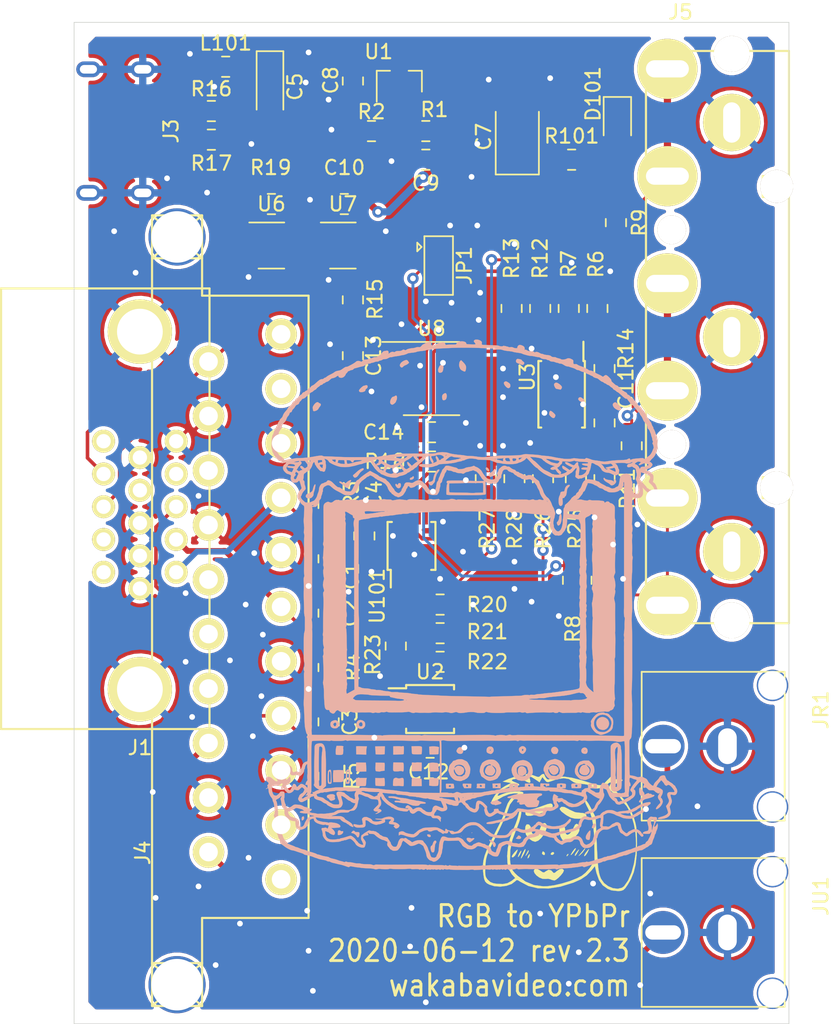
<source format=kicad_pcb>
(kicad_pcb (version 20171130) (host pcbnew "(5.1.5)-2")
  (layers (0 F.Cu signal) (31 B.Cu signal) (34 B.Paste user hide) (35 F.Paste user hide) (36 B.SilkS user) (37 F.SilkS user) (38 B.Mask user hide) (39 F.Mask user hide) (44 Edge.Cuts user))
  (net 0 "")
  (net 1 "Net-(C1-Pad1)")
  (net 2 /Red)
  (net 3 "Net-(C2-Pad1)")
  (net 4 /Green)
  (net 5 "Net-(C3-Pad1)")
  (net 6 /Blue)
  (net 7 VCC)
  (net 8 "Net-(R1-Pad2)")
  (net 9 GND)
  (net 10 +5V)
  (net 11 "Net-(J1-Pad15)")
  (net 12 "Net-(J1-Pad11)")
  (net 13 "Net-(J1-Pad4)")
  (net 14 "Net-(C13-Pad2)")
  (net 15 /HSYNC)
  (net 16 /VSYNC)
  (net 17 VS)
  (net 18 /STRIP_CSYNC)
  (net 19 /SYNC)
  (net 20 /VGA_CSYNC)
  (net 21 "Net-(J3-PadB5)")
  (net 22 "Net-(J3-PadA5)")
  (net 23 "Net-(U6-Pad4)")
  (net 24 "Net-(U8-Pad7)")
  (net 25 "Net-(U8-Pad5)")
  (net 26 "Net-(U8-Pad3)")
  (net 27 "Net-(C14-Pad1)")
  (net 28 "Net-(J4-Pad1)")
  (net 29 "Net-(J4-Pad19)")
  (net 30 "Net-(J4-Pad16)")
  (net 31 "Net-(J4-Pad12)")
  (net 32 "Net-(J4-Pad10)")
  (net 33 "Net-(J4-Pad6)")
  (net 34 "Net-(J4-Pad3)")
  (net 35 "Net-(J4-Pad2)")
  (net 36 "Net-(J5-Pad1)")
  (net 37 "Net-(J5-Pad3)")
  (net 38 "Net-(J5-Pad2)")
  (net 39 "Net-(J1-Pad12)")
  (net 40 /2R)
  (net 41 "Net-(R20-Pad1)")
  (net 42 /2G)
  (net 43 /2B)
  (net 44 /2Y)
  (net 45 "Net-(R12-Pad2)")
  (net 46 "Net-(R24-Pad1)")
  (net 47 "Net-(R26-Pad2)")
  (net 48 /2Pr)
  (net 49 /2Pb)
  (net 50 "Net-(R14-Pad1)")
  (net 51 "Net-(J1-Pad9)")
  (net 52 "Net-(U2-Pad10)")
  (net 53 "Net-(U101-Pad10)")
  (net 54 "Net-(U101-Pad7)")
  (net 55 "Net-(U101-Pad6)")
  (net 56 "Net-(D101-Pad2)")
  (net 57 "Net-(J3-PadA9)")
  (module videobits:borgar (layer B.Cu) (at 47.8 80.7 180)
    (fp_text reference GOTE2 hide)
    (fp_text value Fiducial hide)
  )
  (module Inductor_SMD:L_0805_2012Metric_Pad1.15x1.40mm_HandSolder (layer F.Cu) (at 30.6 43.1)
    (fp_text reference L101 (at 0 -1.65) (layer F.SilkS))
    (fp_text value 10u)
    (pad 2 smd roundrect (at 1.025 0) (size 1.15 1.4) (layers F.Cu F.Paste F.Mask) (roundrect_rratio 0.217391) (net 10 +5V))
    (pad 1 smd roundrect (at -1.025 0) (size 1.15 1.4) (layers F.Cu F.Paste F.Mask) (roundrect_rratio 0.217391) (net 57 "Net-(J3-PadA9)"))
  )
  (module Resistor_SMD:R_0805_2012Metric_Pad1.15x1.40mm_HandSolder (layer F.Cu) (at 54.8 49.6)
    (fp_text reference R101 (at 0 -1.65) (layer F.SilkS))
    (fp_text value 1k)
    (pad 2 smd roundrect (at 1.025 0) (size 1.15 1.4) (layers F.Cu F.Paste F.Mask) (roundrect_rratio 0.217391) (net 56 "Net-(D101-Pad2)"))
    (pad 1 smd roundrect (at -1.025 0) (size 1.15 1.4) (layers F.Cu F.Paste F.Mask) (roundrect_rratio 0.217391) (net 7 VCC))
  )
  (module Resistor_SMD:R_0805_2012Metric_Pad1.15x1.40mm_HandSolder (layer F.Cu) (at 59 69.6 270)
    (fp_text reference R11 (at 3 0.3 90) (layer F.SilkS))
    (fp_text value 75)
    (pad 2 smd roundrect (at 1.025 0 270) (size 1.15 1.4) (layers F.Cu F.Paste F.Mask) (roundrect_rratio 0.217391) (net 49 /2Pb))
    (pad 1 smd roundrect (at -1.025 0 270) (size 1.15 1.4) (layers F.Cu F.Paste F.Mask) (roundrect_rratio 0.217391) (net 36 "Net-(J5-Pad1)"))
  )
  (module LED_SMD:LED_0805_2012Metric (layer F.Cu) (at 58 46.9 270)
    (fp_text reference D101 (at -1.9 1.7 90) (layer F.SilkS))
    (fp_text value LED)
    (pad 2 smd roundrect (at 0.9375 0 270) (size 0.975 1.4) (layers F.Cu F.Paste F.Mask) (net 56 "Net-(D101-Pad2)"))
    (pad 1 smd roundrect (at -0.9375 0 270) (size 0.975 1.4) (layers F.Cu F.Paste F.Mask) (net 9 GND))
  )
  (module Resistor_SMD:R_0805_2012Metric_Pad1.15x1.40mm_HandSolder (layer F.Cu) (at 52.6 60 270)
    (fp_text reference R12 (at -3.5 0 90) (layer F.SilkS))
    (fp_text value 4k7)
    (pad 2 smd roundrect (at 1.025 0 270) (size 1.15 1.4) (layers F.Cu F.Paste F.Mask) (roundrect_rratio 0.217391) (net 45 "Net-(R12-Pad2)"))
    (pad 1 smd roundrect (at -1.025 0 270) (size 1.15 1.4) (layers F.Cu F.Paste F.Mask) (roundrect_rratio 0.217391) (net 7 VCC))
  )
  (module Package_SO:MSOP-10_3x3mm_P0.5mm (layer F.Cu) (at 43.6 76.6 90)
    (fp_text reference U101 (at -3.5 -2.4 90) (layer F.SilkS))
    (fp_text value TPF144-VR)
    (pad 10 smd rect (at 2.2 -1 90) (size 1.4 0.3) (layers F.Cu F.Paste F.Mask) (net 53 "Net-(U101-Pad10)"))
    (pad 9 smd rect (at 2.2 -0.5 90) (size 1.4 0.3) (layers F.Cu F.Paste F.Mask) (net 9 GND))
    (pad 8 smd rect (at 2.2 0 90) (size 1.4 0.3) (layers F.Cu F.Paste F.Mask) (net 44 /2Y))
    (pad 7 smd rect (at 2.2 0.5 90) (size 1.4 0.3) (layers F.Cu F.Paste F.Mask) (net 54 "Net-(U101-Pad7)"))
    (pad 6 smd rect (at 2.2 1 90) (size 1.4 0.3) (layers F.Cu F.Paste F.Mask) (net 55 "Net-(U101-Pad6)"))
    (pad 5 smd rect (at -2.2 1 90) (size 1.4 0.3) (layers F.Cu F.Paste F.Mask) (net 9 GND))
    (pad 4 smd rect (at -2.2 0.5 90) (size 1.4 0.3) (layers F.Cu F.Paste F.Mask) (net 9 GND))
    (pad 3 smd rect (at -2.2 0 90) (size 1.4 0.3) (layers F.Cu F.Paste F.Mask) (net 41 "Net-(R20-Pad1)"))
    (pad 2 smd rect (at -2.2 -0.5 90) (size 1.4 0.3) (layers F.Cu F.Paste F.Mask) (net 7 VCC))
    (pad 1 smd rect (at -2.2 -1 90) (size 1.4 0.3) (layers F.Cu F.Paste F.Mask) (net 9 GND))
  )
  (module Capacitor_Tantalum_SMD:CP_EIA-3216-18_Kemet-A_Pad1.58x1.35mm_HandSolder (layer F.Cu) (at 33.7 44.5 270)
    (fp_text reference C5 (at 0 -1.75 90) (layer F.SilkS))
    (fp_text value 10u)
    (pad 2 smd roundrect (at 1.4375 0 270) (size 1.575 1.35) (layers F.Cu F.Paste F.Mask) (roundrect_rratio 0.185185) (net 9 GND))
    (pad 1 smd roundrect (at -1.4375 0 270) (size 1.575 1.35) (layers F.Cu F.Paste F.Mask) (roundrect_rratio 0.185185) (net 10 +5V))
  )
  (module Capacitor_Tantalum_SMD:CP_EIA-3528-21_Kemet-B_Pad1.50x2.35mm_HandSolder (layer F.Cu) (at 51 48 90)
    (fp_text reference C7 (at 0 -2.35 90) (layer F.SilkS))
    (fp_text value 100u)
    (pad 2 smd roundrect (at 1.625 0 90) (size 1.5 2.35) (layers F.Cu F.Paste F.Mask) (roundrect_rratio 0.166667) (net 9 GND))
    (pad 1 smd roundrect (at -1.625 0 90) (size 1.5 2.35) (layers F.Cu F.Paste F.Mask) (roundrect_rratio 0.166667) (net 7 VCC))
  )
  (module Package_TO_SOT_SMD:SOT-23-5 (layer F.Cu) (at 38.8 55.6)
    (fp_text reference U7 (at 0 -2.9) (layer F.SilkS))
    (fp_text value 74AHC1G86)
    (pad 5 smd rect (at 1.1 -0.95) (size 1.06 0.65) (layers F.Cu F.Paste F.Mask) (net 7 VCC))
    (pad 4 smd rect (at 1.1 0.95) (size 1.06 0.65) (layers F.Cu F.Paste F.Mask) (net 20 /VGA_CSYNC))
    (pad 3 smd rect (at -1.1 0.95) (size 1.06 0.65) (layers F.Cu F.Paste F.Mask) (net 9 GND))
    (pad 2 smd rect (at -1.1 0) (size 1.06 0.65) (layers F.Cu F.Paste F.Mask) (net 7 VCC))
    (pad 1 smd rect (at -1.1 -0.95) (size 1.06 0.65) (layers F.Cu F.Paste F.Mask) (net 23 "Net-(U6-Pad4)"))
  )
  (module Package_TO_SOT_SMD:SOT-23-5 (layer F.Cu) (at 33.8 55.6)
    (fp_text reference U6 (at 0 -2.9) (layer F.SilkS))
    (fp_text value 74AHC1G86)
    (pad 5 smd rect (at 1.1 -0.95) (size 1.06 0.65) (layers F.Cu F.Paste F.Mask) (net 7 VCC))
    (pad 4 smd rect (at 1.1 0.95) (size 1.06 0.65) (layers F.Cu F.Paste F.Mask) (net 23 "Net-(U6-Pad4)"))
    (pad 3 smd rect (at -1.1 0.95) (size 1.06 0.65) (layers F.Cu F.Paste F.Mask) (net 9 GND))
    (pad 2 smd rect (at -1.1 0) (size 1.06 0.65) (layers F.Cu F.Paste F.Mask) (net 16 /VSYNC))
    (pad 1 smd rect (at -1.1 -0.95) (size 1.06 0.65) (layers F.Cu F.Paste F.Mask) (net 15 /HSYNC))
  )
  (module Package_SO:MSOP-10_3x3mm_P0.5mm (layer F.Cu) (at 44.9 88)
    (fp_text reference U2 (at 0 -2.6) (layer F.SilkS))
    (fp_text value TPF144-VR)
    (pad 10 smd rect (at 2.2 -1) (size 1.4 0.3) (layers F.Cu F.Paste F.Mask) (net 52 "Net-(U2-Pad10)"))
    (pad 9 smd rect (at 2.2 -0.5) (size 1.4 0.3) (layers F.Cu F.Paste F.Mask) (net 9 GND))
    (pad 8 smd rect (at 2.2 0) (size 1.4 0.3) (layers F.Cu F.Paste F.Mask) (net 40 /2R))
    (pad 7 smd rect (at 2.2 0.5) (size 1.4 0.3) (layers F.Cu F.Paste F.Mask) (net 42 /2G))
    (pad 6 smd rect (at 2.2 1) (size 1.4 0.3) (layers F.Cu F.Paste F.Mask) (net 43 /2B))
    (pad 5 smd rect (at -2.2 1) (size 1.4 0.3) (layers F.Cu F.Paste F.Mask) (net 5 "Net-(C3-Pad1)"))
    (pad 4 smd rect (at -2.2 0.5) (size 1.4 0.3) (layers F.Cu F.Paste F.Mask) (net 3 "Net-(C2-Pad1)"))
    (pad 3 smd rect (at -2.2 0) (size 1.4 0.3) (layers F.Cu F.Paste F.Mask) (net 1 "Net-(C1-Pad1)"))
    (pad 2 smd rect (at -2.2 -0.5) (size 1.4 0.3) (layers F.Cu F.Paste F.Mask) (net 7 VCC))
    (pad 1 smd rect (at -2.2 -1) (size 1.4 0.3) (layers F.Cu F.Paste F.Mask) (net 9 GND))
  )
  (module Resistor_SMD:R_0805_2012Metric_Pad1.15x1.40mm_HandSolder (layer F.Cu) (at 56.9 79 90)
    (fp_text reference R10 (at -3.4 0 90) (layer F.SilkS))
    (fp_text value 75)
    (pad 2 smd roundrect (at 1.025 0 90) (size 1.15 1.4) (layers F.Cu F.Paste F.Mask) (roundrect_rratio 0.217391) (net 44 /2Y))
    (pad 1 smd roundrect (at -1.025 0 90) (size 1.15 1.4) (layers F.Cu F.Paste F.Mask) (roundrect_rratio 0.217391) (net 37 "Net-(J5-Pad3)"))
  )
  (module Resistor_SMD:R_0805_2012Metric_Pad1.15x1.40mm_HandSolder (layer F.Cu) (at 57.9 54 270)
    (fp_text reference R9 (at 0 -1.65 90) (layer F.SilkS))
    (fp_text value 75)
    (pad 2 smd roundrect (at 1.025 0 270) (size 1.15 1.4) (layers F.Cu F.Paste F.Mask) (roundrect_rratio 0.217391) (net 48 /2Pr))
    (pad 1 smd roundrect (at -1.025 0 270) (size 1.15 1.4) (layers F.Cu F.Paste F.Mask) (roundrect_rratio 0.217391) (net 38 "Net-(J5-Pad2)"))
  )
  (module Resistor_SMD:R_0805_2012Metric_Pad1.15x1.40mm_HandSolder (layer F.Cu) (at 54.9 79 90)
    (fp_text reference R8 (at -3.4 0 90) (layer F.SilkS))
    (fp_text value 510)
    (pad 2 smd roundrect (at 1.025 0 90) (size 1.15 1.4) (layers F.Cu F.Paste F.Mask) (roundrect_rratio 0.217391) (net 19 /SYNC))
    (pad 1 smd roundrect (at -1.025 0 90) (size 1.15 1.4) (layers F.Cu F.Paste F.Mask) (roundrect_rratio 0.217391) (net 37 "Net-(J5-Pad3)"))
  )
  (module videobits:uwuriel (layer F.Cu) (at 54 96.6)
    (fp_text reference GOTE1 hide)
    (fp_text value Fiducial hide)
  )
  (module Jumper:SolderJumper-3_P1.3mm_Bridged12_Pad1.0x1.5mm (layer F.Cu) (at 45.5 57 270)
    (fp_text reference JP1 (at 0 -1.8 90) (layer F.SilkS))
    (fp_text value Jumper_3_Bridged12)
    (fp_poly (pts (xy -0.9 -0.3) (xy -0.4 -0.3) (xy -0.4 0.3) (xy -0.9 0.3)) (layer F.Cu) (width 0))
    (pad 2 smd rect (at 0 0 270) (size 1 1.5) (layers F.Cu F.Mask) (net 19 /SYNC))
    (pad 3 smd rect (at 1.3 0 270) (size 1 1.5) (layers F.Cu F.Mask) (net 18 /STRIP_CSYNC))
    (pad 1 smd rect (at -1.3 0 270) (size 1 1.5) (layers F.Cu F.Mask) (net 20 /VGA_CSYNC))
  )
  (module Package_SO:TSSOP-8_4.4x3mm_P0.65mm (layer F.Cu) (at 54.1 66 270)
    (fp_text reference U3 (at -1.2 2.4 90) (layer F.SilkS))
    (fp_text value RS8752XQ)
    (pad 8 smd rect (at 2.95 -0.975 270) (size 1.45 0.45) (layers F.Cu F.Paste F.Mask) (net 7 VCC))
    (pad 7 smd rect (at 2.95 -0.325 270) (size 1.45 0.45) (layers F.Cu F.Paste F.Mask) (net 49 /2Pb))
    (pad 6 smd rect (at 2.95 0.325 270) (size 1.45 0.45) (layers F.Cu F.Paste F.Mask) (net 46 "Net-(R24-Pad1)"))
    (pad 5 smd rect (at 2.95 0.975 270) (size 1.45 0.45) (layers F.Cu F.Paste F.Mask) (net 47 "Net-(R26-Pad2)"))
    (pad 4 smd rect (at -2.95 0.975 270) (size 1.45 0.45) (layers F.Cu F.Paste F.Mask) (net 9 GND))
    (pad 3 smd rect (at -2.95 0.325 270) (size 1.45 0.45) (layers F.Cu F.Paste F.Mask) (net 45 "Net-(R12-Pad2)"))
    (pad 2 smd rect (at -2.95 -0.325 270) (size 1.45 0.45) (layers F.Cu F.Paste F.Mask) (net 50 "Net-(R14-Pad1)"))
    (pad 1 smd rect (at -2.95 -0.975 270) (size 1.45 0.45) (layers F.Cu F.Paste F.Mask) (net 48 /2Pr))
  )
  (module Capacitor_SMD:C_0805_2012Metric_Pad1.15x1.40mm_HandSolder (layer F.Cu) (at 40.3 75.9 90)
    (fp_text reference C4 (at 2.9 0.7 90) (layer F.SilkS))
    (fp_text value 100n)
    (pad 2 smd roundrect (at 1.025 0 90) (size 1.15 1.4) (layers F.Cu F.Paste F.Mask) (roundrect_rratio 0.217391) (net 9 GND))
    (pad 1 smd roundrect (at -1.025 0 90) (size 1.15 1.4) (layers F.Cu F.Paste F.Mask) (roundrect_rratio 0.217391) (net 7 VCC))
  )
  (module Resistor_SMD:R_0805_2012Metric_Pad1.15x1.40mm_HandSolder (layer F.Cu) (at 50.8 71.9 90)
    (fp_text reference R28 (at -3.5 0 90) (layer F.SilkS))
    (fp_text value 1k27)
    (pad 2 smd roundrect (at 1.025 0 90) (size 1.15 1.4) (layers F.Cu F.Paste F.Mask) (roundrect_rratio 0.217391) (net 47 "Net-(R26-Pad2)"))
    (pad 1 smd roundrect (at -1.025 0 90) (size 1.15 1.4) (layers F.Cu F.Paste F.Mask) (roundrect_rratio 0.217391) (net 9 GND))
  )
  (module Resistor_SMD:R_0805_2012Metric_Pad1.15x1.40mm_HandSolder (layer F.Cu) (at 48.8 71.9 90)
    (fp_text reference R27 (at -3.5 0.1 90) (layer F.SilkS))
    (fp_text value 4k7)
    (pad 2 smd roundrect (at 1.025 0 90) (size 1.15 1.4) (layers F.Cu F.Paste F.Mask) (roundrect_rratio 0.217391) (net 47 "Net-(R26-Pad2)"))
    (pad 1 smd roundrect (at -1.025 0 90) (size 1.15 1.4) (layers F.Cu F.Paste F.Mask) (roundrect_rratio 0.217391) (net 7 VCC))
  )
  (module Resistor_SMD:R_0805_2012Metric_Pad1.15x1.40mm_HandSolder (layer F.Cu) (at 52.8 71.9 90)
    (fp_text reference R26 (at -3.5 0 90) (layer F.SilkS))
    (fp_text value 1k77)
    (pad 2 smd roundrect (at 1.025 0 90) (size 1.15 1.4) (layers F.Cu F.Paste F.Mask) (roundrect_rratio 0.217391) (net 47 "Net-(R26-Pad2)"))
    (pad 1 smd roundrect (at -1.025 0 90) (size 1.15 1.4) (layers F.Cu F.Paste F.Mask) (roundrect_rratio 0.217391) (net 43 /2B))
  )
  (module Resistor_SMD:R_0805_2012Metric_Pad1.15x1.40mm_HandSolder (layer F.Cu) (at 55.1 71.9 90)
    (fp_text reference R25 (at -3.5 0 90) (layer F.SilkS))
    (fp_text value 1k77)
    (pad 2 smd roundrect (at 1.025 0 90) (size 1.15 1.4) (layers F.Cu F.Paste F.Mask) (roundrect_rratio 0.217391) (net 46 "Net-(R24-Pad1)"))
    (pad 1 smd roundrect (at -1.025 0 90) (size 1.15 1.4) (layers F.Cu F.Paste F.Mask) (roundrect_rratio 0.217391) (net 44 /2Y))
  )
  (module Resistor_SMD:R_0805_2012Metric_Pad1.15x1.40mm_HandSolder (layer F.Cu) (at 57.1 71.9 90)
    (fp_text reference R24 (at -3.5 0 90) (layer F.SilkS))
    (fp_text value 1k)
    (pad 2 smd roundrect (at 1.025 0 90) (size 1.15 1.4) (layers F.Cu F.Paste F.Mask) (roundrect_rratio 0.217391) (net 49 /2Pb))
    (pad 1 smd roundrect (at -1.025 0 90) (size 1.15 1.4) (layers F.Cu F.Paste F.Mask) (roundrect_rratio 0.217391) (net 46 "Net-(R24-Pad1)"))
  )
  (module Resistor_SMD:R_0805_2012Metric_Pad1.15x1.40mm_HandSolder (layer F.Cu) (at 57.1 64.2 90)
    (fp_text reference R14 (at 1.4 1.5 90) (layer F.SilkS))
    (fp_text value 1k)
    (pad 2 smd roundrect (at 1.025 0 90) (size 1.15 1.4) (layers F.Cu F.Paste F.Mask) (roundrect_rratio 0.217391) (net 48 /2Pr))
    (pad 1 smd roundrect (at -1.025 0 90) (size 1.15 1.4) (layers F.Cu F.Paste F.Mask) (roundrect_rratio 0.217391) (net 50 "Net-(R14-Pad1)"))
  )
  (module Resistor_SMD:R_0805_2012Metric_Pad1.15x1.40mm_HandSolder (layer F.Cu) (at 50.6 60 270)
    (fp_text reference R13 (at -3.5 0 90) (layer F.SilkS))
    (fp_text value 1k27)
    (pad 2 smd roundrect (at 1.025 0 270) (size 1.15 1.4) (layers F.Cu F.Paste F.Mask) (roundrect_rratio 0.217391) (net 45 "Net-(R12-Pad2)"))
    (pad 1 smd roundrect (at -1.025 0 270) (size 1.15 1.4) (layers F.Cu F.Paste F.Mask) (roundrect_rratio 0.217391) (net 9 GND))
  )
  (module Resistor_SMD:R_0805_2012Metric_Pad1.15x1.40mm_HandSolder (layer F.Cu) (at 54.6 60 270)
    (fp_text reference R7 (at -3.1 0 90) (layer F.SilkS))
    (fp_text value 1k402)
    (pad 2 smd roundrect (at 1.025 0 270) (size 1.15 1.4) (layers F.Cu F.Paste F.Mask) (roundrect_rratio 0.217391) (net 45 "Net-(R12-Pad2)"))
    (pad 1 smd roundrect (at -1.025 0 270) (size 1.15 1.4) (layers F.Cu F.Paste F.Mask) (roundrect_rratio 0.217391) (net 40 /2R))
  )
  (module Resistor_SMD:R_0805_2012Metric_Pad1.15x1.40mm_HandSolder (layer F.Cu) (at 56.6 60 270)
    (fp_text reference R6 (at -3.1 0.1 90) (layer F.SilkS))
    (fp_text value 1k402)
    (pad 2 smd roundrect (at 1.025 0 270) (size 1.15 1.4) (layers F.Cu F.Paste F.Mask) (roundrect_rratio 0.217391) (net 50 "Net-(R14-Pad1)"))
    (pad 1 smd roundrect (at -1.025 0 270) (size 1.15 1.4) (layers F.Cu F.Paste F.Mask) (roundrect_rratio 0.217391) (net 44 /2Y))
  )
  (module Resistor_SMD:R_0805_2012Metric_Pad1.15x1.40mm_HandSolder (layer F.Cu) (at 42.5 83.6 90)
    (fp_text reference R23 (at -0.6 -1.6 90) (layer F.SilkS))
    (fp_text value 300)
    (pad 2 smd roundrect (at 1.025 0 90) (size 1.15 1.4) (layers F.Cu F.Paste F.Mask) (roundrect_rratio 0.217391) (net 41 "Net-(R20-Pad1)"))
    (pad 1 smd roundrect (at -1.025 0 90) (size 1.15 1.4) (layers F.Cu F.Paste F.Mask) (roundrect_rratio 0.217391) (net 9 GND))
  )
  (module Resistor_SMD:R_0805_2012Metric_Pad1.15x1.40mm_HandSolder (layer F.Cu) (at 45.6 84.7)
    (fp_text reference R22 (at 3.3 0) (layer F.SilkS))
    (fp_text value 2740)
    (pad 2 smd roundrect (at 1.025 0) (size 1.15 1.4) (layers F.Cu F.Paste F.Mask) (roundrect_rratio 0.217391) (net 43 /2B))
    (pad 1 smd roundrect (at -1.025 0) (size 1.15 1.4) (layers F.Cu F.Paste F.Mask) (roundrect_rratio 0.217391) (net 41 "Net-(R20-Pad1)"))
  )
  (module Resistor_SMD:R_0805_2012Metric_Pad1.15x1.40mm_HandSolder (layer F.Cu) (at 45.6 82.7)
    (fp_text reference R21 (at 3.3 -0.1) (layer F.SilkS))
    (fp_text value 511)
    (pad 2 smd roundrect (at 1.025 0) (size 1.15 1.4) (layers F.Cu F.Paste F.Mask) (roundrect_rratio 0.217391) (net 42 /2G))
    (pad 1 smd roundrect (at -1.025 0) (size 1.15 1.4) (layers F.Cu F.Paste F.Mask) (roundrect_rratio 0.217391) (net 41 "Net-(R20-Pad1)"))
  )
  (module Resistor_SMD:R_0805_2012Metric_Pad1.15x1.40mm_HandSolder (layer F.Cu) (at 45.6 80.7)
    (fp_text reference R20 (at 3.3 0) (layer F.SilkS))
    (fp_text value 1k)
    (pad 2 smd roundrect (at 1.025 0) (size 1.15 1.4) (layers F.Cu F.Paste F.Mask) (roundrect_rratio 0.217391) (net 40 /2R))
    (pad 1 smd roundrect (at -1.025 0) (size 1.15 1.4) (layers F.Cu F.Paste F.Mask) (roundrect_rratio 0.217391) (net 41 "Net-(R20-Pad1)"))
  )
  (module videobits:Cheapo_RCA_single_edge (layer F.Cu) (at 69.7 90.6 270)
    (fp_text reference JR1 (at -2.54 -2.54 90) (layer F.SilkS))
    (fp_text value Conn_Coaxial)
    (pad "" np_thru_hole circle (at -4.25 0.85 270) (size 2.2 2.2) (drill 2) (layers *.Cu *.Mask))
    (pad "" np_thru_hole circle (at 4.25 0.85 270) (size 2.2 2.2) (drill 2) (layers *.Cu *.Mask))
    (pad 2 thru_hole oval (at 0 4 270) (size 3 3) (drill oval 2.5 1.3) (layers *.Cu *.Mask) (net 9 GND))
    (pad 1 thru_hole oval (at 0 8.5 270) (size 3 3) (drill oval 1 2.5) (layers *.Cu *.Mask) (net 35 "Net-(J4-Pad2)"))
  )
  (module videobits:Cheapo_RCA_single_edge (layer F.Cu) (at 69.7 103.62 270)
    (fp_text reference JU1 (at -2.54 -2.54 90) (layer F.SilkS))
    (fp_text value Conn_Coaxial)
    (pad "" np_thru_hole circle (at -4.25 0.85 270) (size 2.2 2.2) (drill 2) (layers *.Cu *.Mask))
    (pad "" np_thru_hole circle (at 4.25 0.85 270) (size 2.2 2.2) (drill 2) (layers *.Cu *.Mask))
    (pad 2 thru_hole oval (at 0 4 270) (size 3 3) (drill oval 2.5 1.3) (layers *.Cu *.Mask) (net 9 GND))
    (pad 1 thru_hole oval (at 0 8.5 270) (size 3 3) (drill oval 1 2.5) (layers *.Cu *.Mask) (net 33 "Net-(J4-Pad6)"))
  )
  (module Package_TO_SOT_SMD:SOT-23 (layer F.Cu) (at 42.746 44.142 90)
    (fp_text reference U1 (at 2.092 -1.446 180) (layer F.SilkS))
    (fp_text value SC6206B-65K5 hide)
    (pad 3 smd rect (at 1 0 90) (size 0.9 0.8) (layers F.Cu F.Paste F.Mask) (net 10 +5V))
    (pad 2 smd rect (at -1 0.95 90) (size 0.9 0.8) (layers F.Cu F.Paste F.Mask) (net 7 VCC))
    (pad 1 smd rect (at -1 -0.95 90) (size 0.9 0.8) (layers F.Cu F.Paste F.Mask) (net 8 "Net-(R1-Pad2)"))
  )
  (module Resistor_SMD:R_0805_2012Metric_Pad1.15x1.40mm_HandSolder (layer F.Cu) (at 44.6 47.6 180)
    (fp_text reference R1 (at -0.6 1.5 180) (layer F.SilkS))
    (fp_text value 1k)
    (pad 2 smd roundrect (at 1.025 0 180) (size 1.15 1.4) (layers F.Cu F.Paste F.Mask) (roundrect_rratio 0.217391) (net 8 "Net-(R1-Pad2)"))
    (pad 1 smd roundrect (at -1.025 0 180) (size 1.15 1.4) (layers F.Cu F.Paste F.Mask) (roundrect_rratio 0.217391) (net 7 VCC))
  )
  (module Resistor_SMD:R_0805_2012Metric_Pad1.15x1.40mm_HandSolder (layer F.Cu) (at 40.8 47.6 180)
    (fp_text reference R2 (at 0 1.35 180) (layer F.SilkS))
    (fp_text value 1k33)
    (pad 2 smd roundrect (at 1.025 0 180) (size 1.15 1.4) (layers F.Cu F.Paste F.Mask) (roundrect_rratio 0.217391) (net 9 GND))
    (pad 1 smd roundrect (at -1.025 0 180) (size 1.15 1.4) (layers F.Cu F.Paste F.Mask) (roundrect_rratio 0.217391) (net 8 "Net-(R1-Pad2)"))
  )
  (module Resistor_SMD:R_0805_2012Metric_Pad1.15x1.40mm_HandSolder (layer F.Cu) (at 37.8 73.7 90)
    (fp_text reference R3 (at 0.7 1.6 90) (layer F.SilkS))
    (fp_text value 75)
    (pad 2 smd roundrect (at 1.025 0 90) (size 1.15 1.4) (layers F.Cu F.Paste F.Mask) (roundrect_rratio 0.217391) (net 9 GND))
    (pad 1 smd roundrect (at -1.025 0 90) (size 1.15 1.4) (layers F.Cu F.Paste F.Mask) (roundrect_rratio 0.217391) (net 2 /Red))
  )
  (module Resistor_SMD:R_0805_2012Metric_Pad1.15x1.40mm_HandSolder (layer F.Cu) (at 37.8 85.1 270)
    (fp_text reference R4 (at 0 -1.65 90) (layer F.SilkS))
    (fp_text value 75)
    (pad 2 smd roundrect (at 1.025 0 270) (size 1.15 1.4) (layers F.Cu F.Paste F.Mask) (roundrect_rratio 0.217391) (net 9 GND))
    (pad 1 smd roundrect (at -1.025 0 270) (size 1.15 1.4) (layers F.Cu F.Paste F.Mask) (roundrect_rratio 0.217391) (net 4 /Green))
  )
  (module Resistor_SMD:R_0805_2012Metric_Pad1.15x1.40mm_HandSolder (layer F.Cu) (at 37.8 92.7 270)
    (fp_text reference R5 (at 0 -1.65 90) (layer F.SilkS))
    (fp_text value 75)
    (pad 2 smd roundrect (at 1.025 0 270) (size 1.15 1.4) (layers F.Cu F.Paste F.Mask) (roundrect_rratio 0.217391) (net 9 GND))
    (pad 1 smd roundrect (at -1.025 0 270) (size 1.15 1.4) (layers F.Cu F.Paste F.Mask) (roundrect_rratio 0.217391) (net 6 /Blue))
  )
  (module Capacitor_SMD:C_0805_2012Metric_Pad1.15x1.40mm_HandSolder (layer F.Cu) (at 37.8 77.5 90)
    (fp_text reference C1 (at -1.2 1.6 90) (layer F.SilkS))
    (fp_text value 1u)
    (pad 2 smd roundrect (at 1.025 0 90) (size 1.15 1.4) (layers F.Cu F.Paste F.Mask) (roundrect_rratio 0.217391) (net 2 /Red))
    (pad 1 smd roundrect (at -1.025 0 90) (size 1.15 1.4) (layers F.Cu F.Paste F.Mask) (roundrect_rratio 0.217391) (net 1 "Net-(C1-Pad1)"))
  )
  (module Capacitor_SMD:C_0805_2012Metric_Pad1.15x1.40mm_HandSolder (layer F.Cu) (at 37.8 81.3 270)
    (fp_text reference C2 (at 0 -1.5 90) (layer F.SilkS))
    (fp_text value 1u)
    (pad 2 smd roundrect (at 1.025 0 270) (size 1.15 1.4) (layers F.Cu F.Paste F.Mask) (roundrect_rratio 0.217391) (net 4 /Green))
    (pad 1 smd roundrect (at -1.025 0 270) (size 1.15 1.4) (layers F.Cu F.Paste F.Mask) (roundrect_rratio 0.217391) (net 3 "Net-(C2-Pad1)"))
  )
  (module Capacitor_SMD:C_0805_2012Metric_Pad1.15x1.40mm_HandSolder (layer F.Cu) (at 37.8 88.9 270)
    (fp_text reference C3 (at 0 -1.5 90) (layer F.SilkS))
    (fp_text value 1u)
    (pad 2 smd roundrect (at 1.025 0 270) (size 1.15 1.4) (layers F.Cu F.Paste F.Mask) (roundrect_rratio 0.217391) (net 6 /Blue))
    (pad 1 smd roundrect (at -1.025 0 270) (size 1.15 1.4) (layers F.Cu F.Paste F.Mask) (roundrect_rratio 0.217391) (net 5 "Net-(C3-Pad1)"))
  )
  (module custom_components:3xRCA_CONN (layer F.Cu) (at 66 62 90)
    (fp_text reference J5 (at 22.71522 -3.5814 180) (layer F.SilkS))
    (fp_text value 3xRCA_CONN)
    (pad 1 thru_hole circle (at -3.75 -4.5 90) (size 4.2 4.2) (drill oval 1.2 3) (layers *.Cu *.Mask F.SilkS) (net 36 "Net-(J5-Pad1)"))
    (pad 1 thru_hole circle (at 3.75 -4.5 90) (size 4.2 4.2) (drill oval 1.2 3) (layers *.Cu *.Mask F.SilkS) (net 36 "Net-(J5-Pad1)"))
    (pad "" thru_hole oval (at -19.8 0 90) (size 2.5 2.5) (drill 2.5) (layers *.Cu *.Mask F.SilkS))
    (pad "" thru_hole oval (at 19.8 0 90) (size 2.5 2.5) (drill 2.5) (layers *.Cu *.Mask F.SilkS))
    (pad 4 thru_hole circle (at 15 0 90) (size 4 4) (drill oval 2.82 1.2) (layers *.Cu *.Mask F.SilkS) (net 9 GND))
    (pad 4 thru_hole circle (at 0 0 90) (size 4 4) (drill oval 2.82 1.2) (layers *.Cu *.Mask F.SilkS) (net 9 GND))
    (pad 4 thru_hole circle (at -15 0 90) (size 4 4) (drill oval 2.82 1.2) (layers *.Cu *.Mask F.SilkS) (net 9 GND))
    (pad 3 thru_hole circle (at -11.25 -4.5 90) (size 4.2 4.2) (drill oval 1.2 3) (layers *.Cu *.Mask F.SilkS) (net 37 "Net-(J5-Pad3)"))
    (pad 3 thru_hole circle (at -18.75 -4.5 90) (size 4.2 4.2) (drill oval 1.2 3) (layers *.Cu *.Mask F.SilkS) (net 37 "Net-(J5-Pad3)"))
    (pad 2 thru_hole circle (at 18.75 -4.5 90) (size 4.2 4.2) (drill oval 1.2 3) (layers *.Cu *.Mask F.SilkS) (net 38 "Net-(J5-Pad2)"))
    (pad 2 thru_hole circle (at 11.25 -4.5 90) (size 4.2 4.2) (drill oval 1.2 3) (layers *.Cu *.Mask F.SilkS) (net 38 "Net-(J5-Pad2)"))
    (pad "" thru_hole circle (at 10.53338 3.14452 90) (size 2.3 2.3) (drill 2.3) (layers *.Cu *.Mask F.SilkS))
    (pad "" thru_hole circle (at -10.53338 3.14452 90) (size 2.3 2.3) (drill 2.3) (layers *.Cu *.Mask F.SilkS))
    (pad "" thru_hole circle (at -7.5 -4.2 90) (size 2 2) (drill 2) (layers *.Cu *.Mask F.SilkS))
    (pad "" thru_hole circle (at 7.5 -4.2 90) (size 2 2) (drill 2) (layers *.Cu *.Mask F.SilkS))
  )
  (module custom_components:VGA_CONN (layer F.Cu) (at 24.6 75 270)
    (fp_text reference J1 (at 15.70228 -0.00508) (layer F.SilkS))
    (fp_text value VGA)
    (pad 10 thru_hole circle (at -13.38 0 270) (size 4.5 4.5) (drill 3.2) (layers *.Cu *.Mask F.SilkS) (net 9 GND))
    (pad 10 thru_hole circle (at 11.62 0 270) (size 4.5 4.5) (drill 3.2) (layers *.Cu *.Mask F.SilkS) (net 9 GND))
    (pad 15 thru_hole circle (at -5.72 2.54 270) (size 1.6 1.6) (drill 1) (layers *.Cu *.Mask F.SilkS) (net 11 "Net-(J1-Pad15)"))
    (pad 14 thru_hole circle (at -3.43 2.54 270) (size 1.6 1.6) (drill 1) (layers *.Cu *.Mask F.SilkS) (net 16 /VSYNC))
    (pad 13 thru_hole circle (at -1.14 2.54 270) (size 1.6 1.6) (drill 1) (layers *.Cu *.Mask F.SilkS) (net 15 /HSYNC))
    (pad 12 thru_hole circle (at 1.15 2.54 270) (size 1.6 1.6) (drill 1) (layers *.Cu *.Mask F.SilkS) (net 39 "Net-(J1-Pad12)"))
    (pad 11 thru_hole circle (at 3.44 2.54 270) (size 1.6 1.6) (drill 1) (layers *.Cu *.Mask F.SilkS) (net 12 "Net-(J1-Pad11)"))
    (pad 7 thru_hole circle (at 2.29 0 270) (size 1.6 1.6) (drill 1) (layers *.Cu *.Mask F.SilkS) (net 9 GND))
    (pad 6 thru_hole circle (at 4.58 0 270) (size 1.6 1.6) (drill 1) (layers *.Cu *.Mask F.SilkS) (net 9 GND))
    (pad 5 thru_hole circle (at -5.72 -2.54 270) (size 1.6 1.6) (drill 1) (layers *.Cu *.Mask F.SilkS) (net 9 GND))
    (pad 4 thru_hole circle (at -3.43 -2.54 270) (size 1.6 1.6) (drill 1) (layers *.Cu *.Mask F.SilkS) (net 13 "Net-(J1-Pad4)"))
    (pad 3 thru_hole circle (at -1.14 -2.54 270) (size 1.6 1.6) (drill 1) (layers *.Cu *.Mask F.SilkS) (net 6 /Blue))
    (pad 2 thru_hole circle (at 1.15 -2.54 270) (size 1.6 1.6) (drill 1) (layers *.Cu *.Mask F.SilkS) (net 4 /Green))
    (pad 1 thru_hole circle (at 3.44 -2.54 270) (size 1.6 1.6) (drill 1) (layers *.Cu *.Mask F.SilkS) (net 2 /Red))
    (pad 10 thru_hole circle (at -4.58 0 270) (size 1.6 1.6) (drill 1) (layers *.Cu *.Mask F.SilkS) (net 9 GND))
    (pad 9 thru_hole circle (at -2.29 0 270) (size 1.6 1.6) (drill 1) (layers *.Cu *.Mask F.SilkS) (net 51 "Net-(J1-Pad9)"))
    (pad 8 thru_hole circle (at 0 0 270) (size 1.6 1.6) (drill 1) (layers *.Cu *.Mask F.SilkS) (net 9 GND))
  )
  (module Capacitor_SMD:C_0805_2012Metric_Pad1.15x1.40mm_HandSolder (layer F.Cu) (at 39.5 44.1 270)
    (fp_text reference C8 (at -0.05 1.55 90) (layer F.SilkS))
    (fp_text value 100n)
    (pad 2 smd roundrect (at 1.025 0 270) (size 1.15 1.4) (layers F.Cu F.Paste F.Mask) (roundrect_rratio 0.217391) (net 9 GND))
    (pad 1 smd roundrect (at -1.025 0 270) (size 1.15 1.4) (layers F.Cu F.Paste F.Mask) (roundrect_rratio 0.217391) (net 10 +5V))
  )
  (module Capacitor_SMD:C_0805_2012Metric_Pad1.15x1.40mm_HandSolder (layer F.Cu) (at 44.6 49.6 180)
    (fp_text reference C9 (at 0 -1.65) (layer F.SilkS))
    (fp_text value 10u)
    (pad 2 smd roundrect (at 1.025 0 180) (size 1.15 1.4) (layers F.Cu F.Paste F.Mask) (roundrect_rratio 0.217391) (net 9 GND))
    (pad 1 smd roundrect (at -1.025 0 180) (size 1.15 1.4) (layers F.Cu F.Paste F.Mask) (roundrect_rratio 0.217391) (net 7 VCC))
  )
  (module Capacitor_SMD:C_0805_2012Metric_Pad1.15x1.40mm_HandSolder (layer F.Cu) (at 38.9 52.7 180)
    (fp_text reference C10 (at 0 2.55) (layer F.SilkS))
    (fp_text value 100n)
    (pad 2 smd roundrect (at 1.025 0 180) (size 1.15 1.4) (layers F.Cu F.Paste F.Mask) (roundrect_rratio 0.217391) (net 9 GND))
    (pad 1 smd roundrect (at -1.025 0 180) (size 1.15 1.4) (layers F.Cu F.Paste F.Mask) (roundrect_rratio 0.217391) (net 7 VCC))
  )
  (module Capacitor_SMD:C_0805_2012Metric_Pad1.15x1.40mm_HandSolder (layer F.Cu) (at 57.1 68 90)
    (fp_text reference C11 (at 2.4 1.5 90) (layer F.SilkS))
    (fp_text value 100n)
    (pad 2 smd roundrect (at 1.025 0 90) (size 1.15 1.4) (layers F.Cu F.Paste F.Mask) (roundrect_rratio 0.217391) (net 9 GND))
    (pad 1 smd roundrect (at -1.025 0 90) (size 1.15 1.4) (layers F.Cu F.Paste F.Mask) (roundrect_rratio 0.217391) (net 7 VCC))
  )
  (module Capacitor_SMD:C_0805_2012Metric_Pad1.15x1.40mm_HandSolder (layer F.Cu) (at 44.9 90.7)
    (fp_text reference C12 (at -0.1 1.7) (layer F.SilkS))
    (fp_text value 100n)
    (pad 2 smd roundrect (at 1.025 0) (size 1.15 1.4) (layers F.Cu F.Paste F.Mask) (roundrect_rratio 0.217391) (net 9 GND))
    (pad 1 smd roundrect (at -1.025 0) (size 1.15 1.4) (layers F.Cu F.Paste F.Mask) (roundrect_rratio 0.217391) (net 7 VCC))
  )
  (module Capacitor_SMD:C_0805_2012Metric_Pad1.15x1.40mm_HandSolder (layer F.Cu) (at 39.5 63.3 270)
    (fp_text reference C13 (at 0 -1.45 90) (layer F.SilkS))
    (fp_text value 100n)
    (pad 2 smd roundrect (at 1.025 0 270) (size 1.15 1.4) (layers F.Cu F.Paste F.Mask) (roundrect_rratio 0.217391) (net 14 "Net-(C13-Pad2)"))
    (pad 1 smd roundrect (at -1.025 0 270) (size 1.15 1.4) (layers F.Cu F.Paste F.Mask) (roundrect_rratio 0.217391) (net 15 /HSYNC))
  )
  (module Resistor_SMD:R_0805_2012Metric_Pad1.15x1.40mm_HandSolder (layer F.Cu) (at 39.5 59.4 90)
    (fp_text reference R15 (at 0.05 1.55 90) (layer F.SilkS))
    (fp_text value 75)
    (pad 2 smd roundrect (at 1.025 0 90) (size 1.15 1.4) (layers F.Cu F.Paste F.Mask) (roundrect_rratio 0.217391) (net 9 GND))
    (pad 1 smd roundrect (at -1.025 0 90) (size 1.15 1.4) (layers F.Cu F.Paste F.Mask) (roundrect_rratio 0.217391) (net 15 /HSYNC))
  )
  (module Resistor_SMD:R_0805_2012Metric_Pad1.15x1.40mm_HandSolder (layer F.Cu) (at 29.6 46.2 180)
    (fp_text reference R16 (at 0 1.55) (layer F.SilkS))
    (fp_text value 5k1)
    (pad 2 smd roundrect (at 1.025 0 180) (size 1.15 1.4) (layers F.Cu F.Paste F.Mask) (roundrect_rratio 0.217391) (net 22 "Net-(J3-PadA5)"))
    (pad 1 smd roundrect (at -1.025 0 180) (size 1.15 1.4) (layers F.Cu F.Paste F.Mask) (roundrect_rratio 0.217391) (net 9 GND))
  )
  (module Resistor_SMD:R_0805_2012Metric_Pad1.15x1.40mm_HandSolder (layer F.Cu) (at 29.6 48.2 180)
    (fp_text reference R17 (at 0 -1.65) (layer F.SilkS))
    (fp_text value 5k1)
    (pad 2 smd roundrect (at 1.025 0 180) (size 1.15 1.4) (layers F.Cu F.Paste F.Mask) (roundrect_rratio 0.217391) (net 21 "Net-(J3-PadB5)"))
    (pad 1 smd roundrect (at -1.025 0 180) (size 1.15 1.4) (layers F.Cu F.Paste F.Mask) (roundrect_rratio 0.217391) (net 9 GND))
  )
  (module Package_SO:SOIC-8_3.9x4.9mm_P1.27mm (layer F.Cu) (at 45 64.9)
    (fp_text reference U8 (at 0 -3.5) (layer F.SilkS))
    (fp_text value LM1881)
    (pad 8 smd roundrect (at 2.475 -1.905) (size 1.95 0.6) (layers F.Cu F.Paste F.Mask) (net 7 VCC))
    (pad 7 smd roundrect (at 2.475 -0.635) (size 1.95 0.6) (layers F.Cu F.Paste F.Mask) (net 24 "Net-(U8-Pad7)"))
    (pad 6 smd roundrect (at 2.475 0.635) (size 1.95 0.6) (layers F.Cu F.Paste F.Mask) (net 27 "Net-(C14-Pad1)"))
    (pad 5 smd roundrect (at 2.475 1.905) (size 1.95 0.6) (layers F.Cu F.Paste F.Mask) (net 25 "Net-(U8-Pad5)"))
    (pad 4 smd roundrect (at -2.475 1.905) (size 1.95 0.6) (layers F.Cu F.Paste F.Mask) (net 9 GND))
    (pad 3 smd roundrect (at -2.475 0.635) (size 1.95 0.6) (layers F.Cu F.Paste F.Mask) (net 26 "Net-(U8-Pad3)"))
    (pad 2 smd roundrect (at -2.475 -0.635) (size 1.95 0.6) (layers F.Cu F.Paste F.Mask) (net 14 "Net-(C13-Pad2)"))
    (pad 1 smd roundrect (at -2.475 -1.905) (size 1.95 0.6) (layers F.Cu F.Paste F.Mask) (net 18 /STRIP_CSYNC))
  )
  (module custom_components:SCART_CONN (layer F.Cu) (at 29.4 98 270)
    (fp_text reference J4 (at 0.05 4.6 90) (layer F.SilkS))
    (fp_text value SCART_CONN)
    (pad 1 thru_hole circle (at 1.905 -5.08 270) (size 2.2 2.2) (drill 1.3) (layers *.Cu *.Mask F.SilkS) (net 28 "Net-(J4-Pad1)"))
    (pad 21 thru_hole circle (at -36.195 -5.08 270) (size 2.2 2.2) (drill 1.3) (layers *.Cu *.Mask F.SilkS) (net 9 GND))
    (pad 18 thru_hole circle (at -30.48 0 270) (size 2.2 2.2) (drill 1.3) (layers *.Cu *.Mask F.SilkS) (net 9 GND))
    (pad 19 thru_hole circle (at -32.385 -5.08 270) (size 2.2 2.2) (drill 1.3) (layers *.Cu *.Mask F.SilkS) (net 29 "Net-(J4-Pad19)"))
    (pad 16 thru_hole circle (at -26.67 0 270) (size 2.2 2.2) (drill 1.3) (layers *.Cu *.Mask F.SilkS) (net 30 "Net-(J4-Pad16)"))
    (pad 17 thru_hole circle (at -28.575 -5.08 270) (size 2.2 2.2) (drill 1.3) (layers *.Cu *.Mask F.SilkS) (net 9 GND))
    (pad 14 thru_hole circle (at -22.86 0 270) (size 2.2 2.2) (drill 1.3) (layers *.Cu *.Mask F.SilkS) (net 9 GND))
    (pad 15 thru_hole circle (at -24.765 -5.08 270) (size 2.2 2.2) (drill 1.3) (layers *.Cu *.Mask F.SilkS) (net 2 /Red))
    (pad 20 thru_hole circle (at -34.29 0 270) (size 2.2 2.2) (drill 1.3) (layers *.Cu *.Mask F.SilkS) (net 15 /HSYNC))
    (pad 13 thru_hole circle (at -20.955 -5.08 270) (size 2.2 2.2) (drill 1.3) (layers *.Cu *.Mask F.SilkS) (net 9 GND))
    (pad 12 thru_hole circle (at -19.05 0 270) (size 2.2 2.2) (drill 1.3) (layers *.Cu *.Mask F.SilkS) (net 31 "Net-(J4-Pad12)"))
    (pad 11 thru_hole circle (at -17.145 -5.08 270) (size 2.2 2.2) (drill 1.3) (layers *.Cu *.Mask F.SilkS) (net 4 /Green))
    (pad 10 thru_hole circle (at -15.24 0 270) (size 2.2 2.2) (drill 1.3) (layers *.Cu *.Mask F.SilkS) (net 32 "Net-(J4-Pad10)"))
    (pad 9 thru_hole circle (at -13.335 -5.08 270) (size 2.2 2.2) (drill 1.3) (layers *.Cu *.Mask F.SilkS) (net 9 GND))
    (pad 8 thru_hole circle (at -11.43 0 270) (size 2.2 2.2) (drill 1.3) (layers *.Cu *.Mask F.SilkS) (net 17 VS))
    (pad 7 thru_hole circle (at -9.525 -5.08 270) (size 2.2 2.2) (drill 1.3) (layers *.Cu *.Mask F.SilkS) (net 6 /Blue))
    (pad 6 thru_hole circle (at -7.62 0 270) (size 2.2 2.2) (drill 1.3) (layers *.Cu *.Mask F.SilkS) (net 33 "Net-(J4-Pad6)"))
    (pad 5 thru_hole circle (at -5.715 -5.08 270) (size 2.2 2.2) (drill 1.3) (layers *.Cu *.Mask F.SilkS) (net 9 GND))
    (pad 4 thru_hole circle (at -3.81 0 270) (size 2.2 2.2) (drill 1.3) (layers *.Cu *.Mask F.SilkS) (net 9 GND))
    (pad 3 thru_hole circle (at -1.905 -5.08 270) (size 2.2 2.2) (drill 1.3) (layers *.Cu *.Mask F.SilkS) (net 34 "Net-(J4-Pad3)"))
    (pad 2 thru_hole circle (at 0 0 270) (size 2.2 2.2) (drill 1.3) (layers *.Cu *.Mask F.SilkS) (net 35 "Net-(J4-Pad2)"))
    (pad 0 thru_hole circle (at -43 2.2 270) (size 4 4) (drill 3.6) (layers *.Cu *.Mask))
    (pad 0 thru_hole circle (at 9.27 2.2 270) (size 4 4) (drill 3.6) (layers *.Cu *.Mask))
  )
  (module videobits:USB_C_Receptacle_Generic_Power_Only (layer F.Cu) (at 18.4 47.6 90)
    (fp_text reference J3 (at 0 8.382 90) (layer F.SilkS))
    (fp_text value USB_C_Receptacle_Power)
    (pad S1 thru_hole oval (at 4.32 6.4 90) (size 1.1 1.7) (drill oval 0.6 1.2) (layers *.Cu *.Mask) (net 9 GND))
    (pad S1 thru_hole oval (at -4.32 6.4 90) (size 1.1 1.7) (drill oval 0.6 1.2) (layers *.Cu *.Mask) (net 9 GND))
    (pad S1 thru_hole oval (at -4.32 2.6 90) (size 1.1 1.7) (drill oval 0.6 1.2) (layers *.Cu *.Mask) (net 9 GND))
    (pad B12 smd rect (at 2.75 6.55 90) (size 0.8 1.2) (layers F.Cu F.Mask) (net 9 GND))
    (pad B9 smd rect (at 1.52 6.55 90) (size 0.76 1.2) (layers F.Cu F.Mask) (net 57 "Net-(J3-PadA9)"))
    (pad B5 smd rect (at -0.5 6.55 90) (size 0.7 1.2) (layers F.Cu F.Mask) (net 21 "Net-(J3-PadB5)"))
    (pad S1 thru_hole oval (at 4.32 2.6 90) (size 1.1 1.7) (drill oval 0.6 1.2) (layers *.Cu *.Mask) (net 9 GND))
    (pad A9 smd rect (at -1.52 6.55 90) (size 0.76 1.2) (layers F.Cu F.Mask) (net 57 "Net-(J3-PadA9)"))
    (pad A12 smd rect (at -2.75 6.55 90) (size 0.8 1.2) (layers F.Cu F.Mask) (net 9 GND))
    (pad A5 smd rect (at 0.5 6.55 90) (size 0.7 1.2) (layers F.Cu F.Mask) (net 22 "Net-(J3-PadA5)"))
  )
  (module Capacitor_SMD:C_0805_2012Metric_Pad1.15x1.40mm_HandSolder (layer F.Cu) (at 45 68.65 180)
    (fp_text reference C14 (at 3.35 0) (layer F.SilkS))
    (fp_text value 100n)
    (pad 2 smd roundrect (at 1.025 0 180) (size 1.15 1.4) (layers F.Cu F.Paste F.Mask) (roundrect_rratio 0.217391) (net 9 GND))
    (pad 1 smd roundrect (at -1.025 0 180) (size 1.15 1.4) (layers F.Cu F.Paste F.Mask) (roundrect_rratio 0.217391) (net 27 "Net-(C14-Pad1)"))
  )
  (module Resistor_SMD:R_0805_2012Metric_Pad1.15x1.40mm_HandSolder (layer F.Cu) (at 45 70.7 180)
    (fp_text reference R18 (at 3.25 0) (layer F.SilkS))
    (fp_text value 680k)
    (pad 2 smd roundrect (at 1.025 0 180) (size 1.15 1.4) (layers F.Cu F.Paste F.Mask) (roundrect_rratio 0.217391) (net 9 GND))
    (pad 1 smd roundrect (at -1.025 0 180) (size 1.15 1.4) (layers F.Cu F.Paste F.Mask) (roundrect_rratio 0.217391) (net 27 "Net-(C14-Pad1)"))
  )
  (module Resistor_SMD:R_0805_2012Metric_Pad1.15x1.40mm_HandSolder (layer F.Cu) (at 33.8 52.7 180)
    (fp_text reference R19 (at 0.05 2.55) (layer F.SilkS))
    (fp_text value 1k)
    (pad 2 smd roundrect (at 1.025 0 180) (size 1.15 1.4) (layers F.Cu F.Paste F.Mask) (roundrect_rratio 0.217391) (net 16 /VSYNC))
    (pad 1 smd roundrect (at -1.025 0 180) (size 1.15 1.4) (layers F.Cu F.Paste F.Mask) (roundrect_rratio 0.217391) (net 7 VCC))
  )
  (gr_text "RGB to YPbPr\n2020-06-12 rev 2.3\nwakabavideo.com" (at 59 104.9) (layer F.SilkS) (effects (font (size 1.5 1.3) (thickness 0.2)) (justify right)))
  (gr_line (start 20 110) (end 20 40) (layer Edge.Cuts) (width 0.05))
  (gr_line (start 70 110) (end 20 110) (layer Edge.Cuts) (width 0.05))
  (gr_line (start 70 40) (end 70 110) (layer Edge.Cuts) (width 0.05))
  (gr_line (start 20 40) (end 70 40) (layer Edge.Cuts) (width 0.05))
  (segment (start 40.1 79.2) (end 39.425 78.525) (width 0.25) (layer F.Cu) (net 1))
  (segment (start 41.75 88) (end 40.1 86.35) (width 0.25) (layer F.Cu) (net 1))
  (segment (start 39.425 78.525) (end 37.8 78.525) (width 0.25) (layer F.Cu) (net 1))
  (segment (start 40.1 86.35) (end 40.1 79.2) (width 0.25) (layer F.Cu) (net 1))
  (segment (start 42.7 88) (end 41.75 88) (width 0.25) (layer F.Cu) (net 1))
  (segment (start 30.715 77) (end 34.48 73.235) (width 0.4) (layer B.Cu) (net 2))
  (segment (start 27.14 78.44) (end 28.58 77) (width 0.4) (layer B.Cu) (net 2))
  (segment (start 28.58 77) (end 30.715 77) (width 0.4) (layer B.Cu) (net 2))
  (segment (start 37.8 76.475) (end 37.8 74.725) (width 0.25) (layer F.Cu) (net 2))
  (segment (start 35.97 74.725) (end 34.48 73.235) (width 0.25) (layer F.Cu) (net 2))
  (segment (start 37.8 74.725) (end 35.97 74.725) (width 0.25) (layer F.Cu) (net 2))
  (segment (start 40.5 88.5) (end 42.7 88.5) (width 0.25) (layer F.Cu) (net 3))
  (segment (start 39.2 87.2) (end 40.5 88.5) (width 0.25) (layer F.Cu) (net 3))
  (segment (start 37.8 80.275) (end 39.2 81.675) (width 0.25) (layer F.Cu) (net 3))
  (segment (start 39.2 81.675) (end 39.2 87.2) (width 0.25) (layer F.Cu) (net 3))
  (segment (start 27.14 76.15) (end 27.939999 76.949999) (width 0.4) (layer F.Cu) (net 4))
  (segment (start 30.574999 76.949999) (end 30.449999 76.949999) (width 0.4) (layer F.Cu) (net 4))
  (segment (start 34.48 80.855) (end 30.574999 76.949999) (width 0.4) (layer F.Cu) (net 4))
  (segment (start 27.939999 76.949999) (end 30.449999 76.949999) (width 0.4) (layer F.Cu) (net 4))
  (segment (start 30.449999 76.949999) (end 30.549999 76.949999) (width 0.4) (layer F.Cu) (net 4))
  (segment (start 37.8 84.075) (end 37.8 82.325) (width 0.25) (layer F.Cu) (net 4))
  (segment (start 35.95 82.325) (end 34.48 80.855) (width 0.25) (layer F.Cu) (net 4))
  (segment (start 37.8 82.325) (end 35.95 82.325) (width 0.25) (layer F.Cu) (net 4))
  (segment (start 39.5125 89) (end 42.7 89) (width 0.25) (layer F.Cu) (net 5))
  (segment (start 37.8 87.875) (end 38.3875 87.875) (width 0.25) (layer F.Cu) (net 5))
  (segment (start 38.3875 87.875) (end 39.5125 89) (width 0.25) (layer F.Cu) (net 5))
  (segment (start 37.8 91.675) (end 37.8 89.925) (width 0.25) (layer F.Cu) (net 6))
  (segment (start 35.93 89.925) (end 34.48 88.475) (width 0.25) (layer F.Cu) (net 6))
  (segment (start 37.8 89.925) (end 35.93 89.925) (width 0.25) (layer F.Cu) (net 6))
  (segment (start 32.924366 88.475) (end 32.1 87.650634) (width 0.25) (layer F.Cu) (net 6))
  (segment (start 34.48 88.475) (end 32.924366 88.475) (width 0.25) (layer F.Cu) (net 6))
  (segment (start 32.1 87.650634) (end 32.1 83) (width 0.25) (layer F.Cu) (net 6))
  (segment (start 32.1 83) (end 30.2 81.1) (width 0.25) (layer F.Cu) (net 6))
  (segment (start 30.2 81.1) (end 27.4 81.1) (width 0.25) (layer F.Cu) (net 6))
  (segment (start 27.4 81.1) (end 25.725001 79.425001) (width 0.25) (layer F.Cu) (net 6))
  (segment (start 25.725001 75.274999) (end 27.14 73.86) (width 0.25) (layer F.Cu) (net 6))
  (segment (start 25.725001 79.425001) (end 25.725001 75.274999) (width 0.25) (layer F.Cu) (net 6))
  (via (at 44.4125 50.8125) (size 0.8) (drill 0.4) (layers F.Cu B.Cu) (net 7))
  (via (at 41.25397 53.246029) (size 0.8) (drill 0.4) (layers F.Cu B.Cu) (net 7))
  (segment (start 45.625 49.6) (end 44.4125 50.8125) (width 0.5) (layer F.Cu) (net 7))
  (segment (start 45.625 47.6) (end 45.625 49.6) (width 0.5) (layer F.Cu) (net 7))
  (segment (start 45.625 46.421) (end 45.625 46.8) (width 0.5) (layer F.Cu) (net 7))
  (segment (start 41.978971 53.246029) (end 44.012501 51.212499) (width 0.5) (layer B.Cu) (net 7))
  (segment (start 45.625 49.6) (end 50.8 49.6) (width 0.5) (layer F.Cu) (net 7))
  (segment (start 34.825 52.7) (end 34.825 51.9) (width 0.25) (layer F.Cu) (net 7))
  (segment (start 44.012501 51.212499) (end 44.4125 50.8125) (width 0.5) (layer B.Cu) (net 7))
  (segment (start 41.25397 53.246029) (end 41.978971 53.246029) (width 0.5) (layer B.Cu) (net 7))
  (segment (start 40.707941 52.7) (end 40.853971 52.84603) (width 0.5) (layer F.Cu) (net 7))
  (segment (start 39.925 52.7) (end 40.707941 52.7) (width 0.5) (layer F.Cu) (net 7))
  (segment (start 38.525 51.3) (end 39.925 52.7) (width 0.25) (layer F.Cu) (net 7))
  (segment (start 35.425 51.3) (end 38.525 51.3) (width 0.25) (layer F.Cu) (net 7))
  (segment (start 34.825 51.9) (end 35.425 51.3) (width 0.25) (layer F.Cu) (net 7))
  (segment (start 40.853971 52.84603) (end 41.25397 53.246029) (width 0.5) (layer F.Cu) (net 7))
  (segment (start 50.8 49.6) (end 51 49.4) (width 0.5) (layer F.Cu) (net 7))
  (segment (start 43.696 45.142) (end 44.346 45.142) (width 0.5) (layer F.Cu) (net 7))
  (segment (start 44.346 45.142) (end 45.625 46.421) (width 0.5) (layer F.Cu) (net 7))
  (segment (start 38.3 55.6) (end 37.49 55.6) (width 0.5) (layer F.Cu) (net 7))
  (segment (start 40.11 52.885) (end 39.925 52.7) (width 0.5) (layer F.Cu) (net 7))
  (segment (start 45.625 46.8) (end 45.625 47.6) (width 0.5) (layer F.Cu) (net 7))
  (segment (start 35.395 54.65) (end 36.345 55.6) (width 0.5) (layer F.Cu) (net 7))
  (segment (start 40.11 54.65) (end 40.11 52.885) (width 0.5) (layer F.Cu) (net 7))
  (segment (start 40.11 54.65) (end 39.25 54.65) (width 0.5) (layer F.Cu) (net 7))
  (segment (start 35.11 54.65) (end 35.395 54.65) (width 0.5) (layer F.Cu) (net 7))
  (segment (start 39.25 54.65) (end 38.3 55.6) (width 0.5) (layer F.Cu) (net 7))
  (segment (start 36.345 55.6) (end 36.63 55.6) (width 0.5) (layer F.Cu) (net 7))
  (segment (start 36.63 55.6) (end 37.49 55.6) (width 0.5) (layer F.Cu) (net 7))
  (segment (start 45.625 50.3) (end 47.2 51.875) (width 0.25) (layer F.Cu) (net 7))
  (segment (start 45.625 49.6) (end 45.625 50.3) (width 0.25) (layer F.Cu) (net 7))
  (segment (start 45.12499 71.1382) (end 43.66319 72.6) (width 0.25) (layer F.Cu) (net 7))
  (segment (start 47.2 61) (end 45.12499 63.07501) (width 0.25) (layer F.Cu) (net 7))
  (segment (start 45.12499 63.07501) (end 45.12499 71.1382) (width 0.25) (layer F.Cu) (net 7))
  (segment (start 41.32501 74.239988) (end 41.32501 76.59999) (width 0.25) (layer F.Cu) (net 7))
  (segment (start 41.32501 76.59999) (end 41 76.925) (width 0.25) (layer F.Cu) (net 7))
  (segment (start 42.964998 72.6) (end 41.32501 74.239988) (width 0.25) (layer F.Cu) (net 7))
  (segment (start 43.66319 72.6) (end 42.964998 72.6) (width 0.25) (layer F.Cu) (net 7))
  (segment (start 48.1 72.925) (end 48.8 72.925) (width 0.25) (layer F.Cu) (net 7))
  (segment (start 46.66181 72.925) (end 48.1 72.925) (width 0.25) (layer F.Cu) (net 7))
  (segment (start 45.12499 71.38818) (end 46.66181 72.925) (width 0.25) (layer F.Cu) (net 7))
  (segment (start 45.12499 71.1382) (end 45.12499 71.38818) (width 0.25) (layer F.Cu) (net 7))
  (segment (start 52.6 58.4) (end 51.6 57.4) (width 0.25) (layer F.Cu) (net 7))
  (segment (start 52.6 58.975) (end 52.6 58.4) (width 0.25) (layer F.Cu) (net 7))
  (segment (start 51.6 57.4) (end 47.2 57.4) (width 0.25) (layer F.Cu) (net 7))
  (segment (start 47.2 51.875) (end 47.2 57.4) (width 0.25) (layer F.Cu) (net 7))
  (segment (start 47.2 57.4) (end 47.2 61) (width 0.25) (layer F.Cu) (net 7))
  (segment (start 55.075 68.95) (end 55.075 67.975) (width 0.25) (layer F.Cu) (net 7))
  (segment (start 50.095 62.995) (end 47.475 62.995) (width 0.25) (layer F.Cu) (net 7))
  (segment (start 55.075 67.975) (end 50.095 62.995) (width 0.25) (layer F.Cu) (net 7))
  (segment (start 47.475 61.275) (end 47.475 62.995) (width 0.25) (layer F.Cu) (net 7))
  (segment (start 47.2 61) (end 47.475 61.275) (width 0.25) (layer F.Cu) (net 7))
  (segment (start 57.025 68.95) (end 57.1 69.025) (width 0.2) (layer F.Cu) (net 7))
  (segment (start 55.075 68.95) (end 57.025 68.95) (width 0.2) (layer F.Cu) (net 7))
  (segment (start 41 76.925) (end 40.3 76.925) (width 0.2) (layer F.Cu) (net 7))
  (segment (start 42.125 76.925) (end 41 76.925) (width 0.2) (layer F.Cu) (net 7))
  (segment (start 43.1 77.9) (end 42.125 76.925) (width 0.2) (layer F.Cu) (net 7))
  (segment (start 43.1 78.8) (end 43.1 77.9) (width 0.2) (layer F.Cu) (net 7))
  (segment (start 43.875 87.775) (end 43.6 87.5) (width 0.2) (layer F.Cu) (net 7))
  (segment (start 43.6 87.5) (end 42.7 87.5) (width 0.2) (layer F.Cu) (net 7))
  (segment (start 43.875 90.7) (end 43.875 87.775) (width 0.2) (layer F.Cu) (net 7))
  (segment (start 43.1 79.9) (end 43.1 78.8) (width 0.2) (layer F.Cu) (net 7))
  (segment (start 41.1 83.1) (end 41.1 81.9) (width 0.2) (layer F.Cu) (net 7))
  (segment (start 41.6 83.6) (end 41.1 83.1) (width 0.2) (layer F.Cu) (net 7))
  (segment (start 43.875 87.775) (end 43.875 85.482124) (width 0.2) (layer F.Cu) (net 7))
  (segment (start 43.875 85.482124) (end 43.6 85.207124) (width 0.2) (layer F.Cu) (net 7))
  (segment (start 43.6 85.207124) (end 43.6 84.242876) (width 0.2) (layer F.Cu) (net 7))
  (segment (start 43.6 84.242876) (end 42.957124 83.6) (width 0.2) (layer F.Cu) (net 7))
  (segment (start 41.1 81.9) (end 43.1 79.9) (width 0.2) (layer F.Cu) (net 7))
  (segment (start 42.957124 83.6) (end 41.6 83.6) (width 0.2) (layer F.Cu) (net 7))
  (segment (start 51.025 49.6) (end 51 49.625) (width 0.4) (layer F.Cu) (net 7))
  (segment (start 53.775 49.6) (end 51.025 49.6) (width 0.4) (layer F.Cu) (net 7))
  (segment (start 41.796 47.571) (end 41.825 47.6) (width 0.5) (layer F.Cu) (net 8))
  (segment (start 41.796 45.142) (end 41.796 47.571) (width 0.5) (layer F.Cu) (net 8))
  (segment (start 43.575 47.6) (end 41.825 47.6) (width 0.5) (layer F.Cu) (net 8))
  (via (at 27.8 84.7) (size 0.8) (drill 0.4) (layers F.Cu B.Cu) (net 9))
  (via (at 28.255027 88.554594) (size 0.8) (drill 0.4) (layers F.Cu B.Cu) (net 9))
  (via (at 32.5 89.9) (size 0.8) (drill 0.4) (layers F.Cu B.Cu) (net 9))
  (via (at 33.1 87.1) (size 0.8) (drill 0.4) (layers F.Cu B.Cu) (net 9))
  (via (at 47.9 80.7) (size 0.8) (drill 0.4) (layers F.Cu B.Cu) (net 9))
  (via (at 41 90) (size 0.8) (drill 0.4) (layers F.Cu B.Cu) (net 9))
  (via (at 39.2 79.8) (size 0.8) (drill 0.4) (layers F.Cu B.Cu) (net 9))
  (via (at 36.4 86.6) (size 0.8) (drill 0.4) (layers F.Cu B.Cu) (net 9))
  (via (at 36.4 79.4) (size 0.8) (drill 0.4) (layers F.Cu B.Cu) (net 9))
  (via (at 41.4 85.7) (size 0.8) (drill 0.4) (layers F.Cu B.Cu) (net 9))
  (via (at 40.8 78.4) (size 0.8) (drill 0.4) (layers F.Cu B.Cu) (net 9))
  (via (at 31.6 103) (size 0.8) (drill 0.4) (layers F.Cu B.Cu) (net 9))
  (via (at 36.3 102.1) (size 0.8) (drill 0.4) (layers F.Cu B.Cu) (net 9))
  (via (at 36.4 104.9) (size 0.8) (drill 0.4) (layers F.Cu B.Cu) (net 9))
  (via (at 43.6 101.9) (size 0.8) (drill 0.4) (layers F.Cu B.Cu) (net 9))
  (via (at 43.5 104.6) (size 0.8) (drill 0.4) (layers F.Cu B.Cu) (net 9))
  (via (at 55.3 105) (size 0.8) (drill 0.4) (layers F.Cu B.Cu) (net 9))
  (via (at 52.6 102.3) (size 0.8) (drill 0.4) (layers F.Cu B.Cu) (net 9))
  (via (at 56.3 100.2) (size 0.8) (drill 0.4) (layers F.Cu B.Cu) (net 9))
  (via (at 60.3 100.9) (size 0.8) (drill 0.4) (layers F.Cu B.Cu) (net 9))
  (via (at 60 95) (size 0.8) (drill 0.4) (layers F.Cu B.Cu) (net 9))
  (via (at 63.6 94.8) (size 0.8) (drill 0.4) (layers F.Cu B.Cu) (net 9))
  (via (at 59.6 107.3) (size 0.8) (drill 0.4) (layers F.Cu B.Cu) (net 9))
  (via (at 54.6 107.2) (size 0.8) (drill 0.4) (layers F.Cu B.Cu) (net 9))
  (via (at 44.6 108.5) (size 0.8) (drill 0.4) (layers F.Cu B.Cu) (net 9))
  (via (at 36.7 107.7) (size 0.8) (drill 0.4) (layers F.Cu B.Cu) (net 9))
  (via (at 29.9 105.9) (size 0.8) (drill 0.4) (layers F.Cu B.Cu) (net 9))
  (via (at 25.7 101.2) (size 0.8) (drill 0.4) (layers F.Cu B.Cu) (net 9))
  (via (at 28.7 100.4) (size 0.8) (drill 0.4) (layers F.Cu B.Cu) (net 9))
  (via (at 25.5 93.8) (size 0.8) (drill 0.4) (layers F.Cu B.Cu) (net 9))
  (via (at 32.2 98.4) (size 0.8) (drill 0.4) (layers F.Cu B.Cu) (net 9))
  (via (at 32 80.7) (size 0.8) (drill 0.4) (layers F.Cu B.Cu) (net 9))
  (via (at 30.9 84.6) (size 0.8) (drill 0.4) (layers F.Cu B.Cu) (net 9))
  (via (at 32.6 77.1) (size 0.8) (drill 0.4) (layers F.Cu B.Cu) (net 9))
  (via (at 33.2 82.8) (size 0.8) (drill 0.4) (layers F.Cu B.Cu) (net 9))
  (via (at 27.8 79.9) (size 0.8) (drill 0.4) (layers F.Cu B.Cu) (net 9))
  (via (at 28.7 73.1) (size 0.8) (drill 0.4) (layers F.Cu B.Cu) (net 9))
  (via (at 24.3 57.5) (size 0.8) (drill 0.4) (layers F.Cu B.Cu) (net 9))
  (via (at 22.8 54.6) (size 0.8) (drill 0.4) (layers F.Cu B.Cu) (net 9))
  (via (at 26.5 50.9) (size 0.8) (drill 0.4) (layers F.Cu B.Cu) (net 9))
  (via (at 29.3 51.9) (size 0.8) (drill 0.4) (layers F.Cu B.Cu) (net 9))
  (via (at 32.4 48.5) (size 0.8) (drill 0.4) (layers F.Cu B.Cu) (net 9))
  (via (at 36.5 52.4) (size 0.8) (drill 0.4) (layers F.Cu B.Cu) (net 9))
  (via (at 37.8 58) (size 0.8) (drill 0.4) (layers F.Cu B.Cu) (net 9))
  (via (at 32.2 57.8) (size 0.8) (drill 0.4) (layers F.Cu B.Cu) (net 9))
  (via (at 41.8 54.6) (size 0.8) (drill 0.4) (layers F.Cu B.Cu) (net 9))
  (via (at 42.2 49.7) (size 0.8) (drill 0.4) (layers F.Cu B.Cu) (net 9))
  (via (at 38 47.5) (size 0.8) (drill 0.4) (layers F.Cu B.Cu) (net 9))
  (via (at 37.8 45.4) (size 0.8) (drill 0.4) (layers F.Cu B.Cu) (net 9))
  (via (at 49 44) (size 0.8) (drill 0.4) (layers F.Cu B.Cu) (net 9))
  (via (at 53.3 43.9) (size 0.8) (drill 0.4) (layers F.Cu B.Cu) (net 9))
  (via (at 28.1 42.2) (size 0.8) (drill 0.4) (layers F.Cu B.Cu) (net 9))
  (via (at 29.8 44.5) (size 0.8) (drill 0.4) (layers F.Cu B.Cu) (net 9))
  (via (at 36.4 42.1) (size 0.8) (drill 0.4) (layers F.Cu B.Cu) (net 9))
  (via (at 36.2 44.2) (size 0.8) (drill 0.4) (layers F.Cu B.Cu) (net 9))
  (via (at 47.8 50.8) (size 0.8) (drill 0.4) (layers F.Cu B.Cu) (net 9))
  (via (at 48.2 48.5) (size 0.8) (drill 0.4) (layers F.Cu B.Cu) (net 9))
  (via (at 47.3 90.7) (size 0.8) (drill 0.4) (layers F.Cu B.Cu) (net 9))
  (segment (start 45.925 90.7) (end 47.3 90.7) (width 0.25) (layer F.Cu) (net 9))
  (segment (start 47.1 87.5) (end 48 87.5) (width 0.25) (layer F.Cu) (net 9))
  (segment (start 41.2 78.8) (end 40.8 78.4) (width 0.25) (layer F.Cu) (net 9))
  (segment (start 42.6 78.8) (end 41.2 78.8) (width 0.25) (layer F.Cu) (net 9))
  (segment (start 44.6 78.8) (end 44.1 78.8) (width 0.25) (layer F.Cu) (net 9))
  (segment (start 44.6 77.85) (end 44.6 78.8) (width 0.25) (layer F.Cu) (net 9))
  (segment (start 43.1 76.35) (end 44.6 77.85) (width 0.25) (layer F.Cu) (net 9))
  (segment (start 43.1 74.4) (end 43.1 76.35) (width 0.25) (layer F.Cu) (net 9))
  (segment (start 44.1 78.8) (end 44.1 77.85) (width 0.25) (layer F.Cu) (net 9))
  (via (at 43.8 77.2) (size 0.8) (drill 0.4) (layers F.Cu B.Cu) (net 9))
  (via (at 50.8 74.4) (size 0.8) (drill 0.4) (layers F.Cu B.Cu) (net 9))
  (via (at 47.4 68) (size 0.8) (drill 0.4) (layers F.Cu B.Cu) (net 9))
  (via (at 50 64.2) (size 0.8) (drill 0.4) (layers F.Cu B.Cu) (net 9))
  (via (at 50 69.6) (size 0.8) (drill 0.4) (layers F.Cu B.Cu) (net 9))
  (via (at 48.4 69.6) (size 0.8) (drill 0.4) (layers F.Cu B.Cu) (net 9))
  (via (at 55.6 66.7) (size 0.8) (drill 0.4) (layers F.Cu B.Cu) (net 9))
  (via (at 52 62.8) (size 0.8) (drill 0.4) (layers F.Cu B.Cu) (net 9))
  (via (at 48.4 58.9) (size 0.8) (drill 0.4) (layers F.Cu B.Cu) (net 9))
  (via (at 48.3 60.8) (size 0.8) (drill 0.4) (layers F.Cu B.Cu) (net 9))
  (via (at 47.4 72) (size 0.8) (drill 0.4) (layers F.Cu B.Cu) (net 9))
  (via (at 53.9 74.2) (size 0.8) (drill 0.4) (layers F.Cu B.Cu) (net 9))
  (via (at 45.1 72.8) (size 0.8) (drill 0.4) (layers F.Cu B.Cu) (net 9))
  (via (at 44.3 66.9) (size 0.8) (drill 0.4) (layers F.Cu B.Cu) (net 9))
  (via (at 45.5 61.5) (size 0.8) (drill 0.4) (layers F.Cu B.Cu) (net 9))
  (via (at 46.4 59.6) (size 0.8) (drill 0.4) (layers F.Cu B.Cu) (net 9))
  (via (at 46.3 54.2) (size 0.8) (drill 0.4) (layers F.Cu B.Cu) (net 9))
  (via (at 48.2 54.2) (size 0.8) (drill 0.4) (layers F.Cu B.Cu) (net 9))
  (via (at 45.8 63.8) (size 0.8) (drill 0.4) (layers F.Cu B.Cu) (net 9))
  (via (at 44.2 64) (size 0.8) (drill 0.4) (layers F.Cu B.Cu) (net 9))
  (via (at 42.9 61.1) (size 0.8) (drill 0.4) (layers F.Cu B.Cu) (net 9))
  (via (at 44.6 59.5) (size 0.8) (drill 0.4) (layers F.Cu B.Cu) (net 9))
  (via (at 45.8 74.9) (size 0.8) (drill 0.4) (layers F.Cu B.Cu) (net 9))
  (via (at 42.5 71.3) (size 0.8) (drill 0.4) (layers F.Cu B.Cu) (net 9))
  (via (at 42.6 68.3) (size 0.8) (drill 0.4) (layers F.Cu B.Cu) (net 9))
  (via (at 47.2 77) (size 0.8) (drill 0.4) (layers F.Cu B.Cu) (net 9))
  (via (at 45.6 78.9) (size 0.8) (drill 0.4) (layers F.Cu B.Cu) (net 9))
  (via (at 50.8 77.7) (size 0.8) (drill 0.4) (layers F.Cu B.Cu) (net 9))
  (via (at 50.8 79.6) (size 0.8) (drill 0.4) (layers F.Cu B.Cu) (net 9))
  (via (at 42.3 75.9) (size 0.8) (drill 0.4) (layers F.Cu B.Cu) (net 9))
  (via (at 40.4 73.4) (size 0.8) (drill 0.4) (layers F.Cu B.Cu) (net 9))
  (via (at 40.9 62.2) (size 0.8) (drill 0.4) (layers F.Cu B.Cu) (net 9))
  (via (at 40.8 65.8) (size 0.8) (drill 0.4) (layers F.Cu B.Cu) (net 9))
  (via (at 37.9 62.5) (size 0.8) (drill 0.4) (layers F.Cu B.Cu) (net 9))
  (via (at 50.8 55.5) (size 0.8) (drill 0.4) (layers F.Cu B.Cu) (net 9))
  (via (at 54.8 56.8) (size 0.8) (drill 0.4) (layers F.Cu B.Cu) (net 9))
  (via (at 57.5 57.4) (size 0.8) (drill 0.4) (layers F.Cu B.Cu) (net 9))
  (via (at 53.7 64.8) (size 0.8) (drill 0.4) (layers F.Cu B.Cu) (net 9))
  (via (at 51.9 69.4) (size 0.8) (drill 0.4) (layers F.Cu B.Cu) (net 9))
  (via (at 52.9 67.3) (size 0.8) (drill 0.4) (layers F.Cu B.Cu) (net 9))
  (via (at 56.4 74.6) (size 0.8) (drill 0.4) (layers F.Cu B.Cu) (net 9))
  (via (at 59.4 75.1) (size 0.8) (drill 0.4) (layers F.Cu B.Cu) (net 9))
  (via (at 57.7 76.5) (size 0.8) (drill 0.4) (layers F.Cu B.Cu) (net 9))
  (via (at 58.4 78.9) (size 0.8) (drill 0.4) (layers F.Cu B.Cu) (net 9))
  (via (at 53.9 81.5) (size 0.8) (drill 0.4) (layers F.Cu B.Cu) (net 9))
  (via (at 52 80.5) (size 0.8) (drill 0.4) (layers F.Cu B.Cu) (net 9))
  (via (at 50 66.2) (size 0.8) (drill 0.4) (layers F.Cu B.Cu) (net 9))
  (segment (start 42.679 43.075) (end 42.746 43.142) (width 0.4) (layer F.Cu) (net 10))
  (segment (start 39.5 43.075) (end 42.679 43.075) (width 0.4) (layer F.Cu) (net 10))
  (segment (start 24.1 49.12) (end 23.7 48.72) (width 0.25) (layer F.Cu) (net 57))
  (segment (start 24.95 49.12) (end 24.1 49.12) (width 0.25) (layer F.Cu) (net 57))
  (segment (start 24.1 46.08) (end 24.95 46.08) (width 0.25) (layer F.Cu) (net 57))
  (segment (start 23.7 46.48) (end 24.1 46.08) (width 0.25) (layer F.Cu) (net 57))
  (segment (start 23.7 48.72) (end 23.7 46.48) (width 0.25) (layer F.Cu) (net 57))
  (segment (start 36.725 43.075) (end 39.5 43.075) (width 0.25) (layer F.Cu) (net 10))
  (segment (start 33.6625 43.1) (end 33.7 43.0625) (width 0.2) (layer F.Cu) (net 10))
  (segment (start 31.625 43.1) (end 33.6625 43.1) (width 0.2) (layer F.Cu) (net 10))
  (segment (start 36.725 43.075) (end 36.7125 43.0625) (width 0.2) (layer F.Cu) (net 10))
  (segment (start 33.7125 43.075) (end 33.7 43.0625) (width 0.25) (layer F.Cu) (net 10))
  (segment (start 36.7 43.075) (end 33.7125 43.075) (width 0.25) (layer F.Cu) (net 10))
  (segment (start 42.485 64.225) (end 42.525 64.265) (width 0.25) (layer F.Cu) (net 14))
  (segment (start 41.45 64.265) (end 42.525 64.265) (width 0.25) (layer F.Cu) (net 14))
  (segment (start 39.56 64.265) (end 39.5 64.325) (width 0.25) (layer F.Cu) (net 14))
  (segment (start 42.525 64.265) (end 39.56 64.265) (width 0.25) (layer F.Cu) (net 14))
  (segment (start 32.49 54.65) (end 33.45 54.65) (width 0.25) (layer F.Cu) (net 15))
  (segment (start 33.45 54.65) (end 33.6 54.8) (width 0.25) (layer F.Cu) (net 15))
  (segment (start 33.5 59.8) (end 36.9 59.8) (width 0.25) (layer F.Cu) (net 15))
  (segment (start 33.6 59.7) (end 33.5 59.8) (width 0.25) (layer F.Cu) (net 15))
  (segment (start 33.6 54.8) (end 33.6 59.7) (width 0.25) (layer F.Cu) (net 15))
  (segment (start 29.59 63.71) (end 33.6 59.7) (width 0.25) (layer F.Cu) (net 15))
  (segment (start 29.444366 63.71) (end 29.59 63.71) (width 0.25) (layer F.Cu) (net 15))
  (segment (start 23.185001 69.969365) (end 29.444366 63.71) (width 0.25) (layer F.Cu) (net 15))
  (segment (start 22.06 73.86) (end 23.185001 72.734999) (width 0.25) (layer F.Cu) (net 15))
  (segment (start 23.185001 72.734999) (end 23.185001 69.969365) (width 0.25) (layer F.Cu) (net 15))
  (segment (start 39.5 62.275) (end 39.5 60.425) (width 0.25) (layer F.Cu) (net 15))
  (segment (start 37.525 60.425) (end 39.5 60.425) (width 0.25) (layer F.Cu) (net 15))
  (segment (start 36.9 59.8) (end 37.525 60.425) (width 0.25) (layer F.Cu) (net 15))
  (segment (start 28.4 59.2) (end 32 55.6) (width 0.25) (layer F.Cu) (net 16))
  (segment (start 20.934999 68.665001) (end 25.2 64.4) (width 0.25) (layer F.Cu) (net 16))
  (segment (start 32 55.6) (end 32.49 55.6) (width 0.25) (layer F.Cu) (net 16))
  (segment (start 25.2 64.4) (end 25.631002 64.4) (width 0.25) (layer F.Cu) (net 16))
  (segment (start 25.631002 64.4) (end 28.4 61.631002) (width 0.25) (layer F.Cu) (net 16))
  (segment (start 28.4 61.631002) (end 28.4 59.2) (width 0.25) (layer F.Cu) (net 16))
  (segment (start 31.63 55.6) (end 31.3 55.27) (width 0.25) (layer F.Cu) (net 16))
  (segment (start 32.49 55.6) (end 31.63 55.6) (width 0.25) (layer F.Cu) (net 16))
  (segment (start 31.3 54.175) (end 32.775 52.7) (width 0.25) (layer F.Cu) (net 16))
  (segment (start 31.3 55.27) (end 31.3 54.175) (width 0.25) (layer F.Cu) (net 16))
  (segment (start 20.934999 70.444999) (end 20.934999 68.665001) (width 0.25) (layer F.Cu) (net 16))
  (segment (start 22.06 71.57) (end 20.934999 70.444999) (width 0.25) (layer F.Cu) (net 16))
  (segment (start 43.805 62.995) (end 44 62.8) (width 0.25) (layer F.Cu) (net 18))
  (segment (start 42.525 62.995) (end 43.805 62.995) (width 0.25) (layer F.Cu) (net 18))
  (segment (start 44 61.625) (end 45.5 60.125) (width 0.25) (layer F.Cu) (net 18))
  (segment (start 44 62.8) (end 44 61.625) (width 0.25) (layer F.Cu) (net 18))
  (segment (start 45.5 60.125) (end 45.5 58.3) (width 0.25) (layer F.Cu) (net 18))
  (via (at 53.7 78) (size 0.8) (drill 0.4) (layers F.Cu B.Cu) (net 19))
  (segment (start 54.9 77.975) (end 53.725 77.975) (width 0.2) (layer F.Cu) (net 19))
  (segment (start 53.725 77.975) (end 53.7 78) (width 0.2) (layer F.Cu) (net 19))
  (segment (start 53.7 78) (end 53 78.7) (width 0.2) (layer B.Cu) (net 19))
  (segment (start 53 78.7) (end 47.1 78.7) (width 0.2) (layer B.Cu) (net 19))
  (segment (start 44.950001 61.912003) (end 43.7 60.662002) (width 0.2) (layer B.Cu) (net 19))
  (segment (start 44.950001 67.212001) (end 44.950001 61.912003) (width 0.2) (layer B.Cu) (net 19))
  (segment (start 44.449999 67.712003) (end 44.950001 67.212001) (width 0.2) (layer B.Cu) (net 19))
  (segment (start 47.1 78.7) (end 44.449999 76.049999) (width 0.2) (layer B.Cu) (net 19))
  (segment (start 44.449999 76.049999) (end 44.449999 67.712003) (width 0.2) (layer B.Cu) (net 19))
  (segment (start 43.7 60.662002) (end 43.7 57.9) (width 0.2) (layer B.Cu) (net 19))
  (via (at 43.7 57.9) (size 0.8) (drill 0.4) (layers F.Cu B.Cu) (net 19))
  (segment (start 43.7 57.85) (end 43.7 57.9) (width 0.2) (layer F.Cu) (net 19))
  (segment (start 44.55 57) (end 43.7 57.85) (width 0.2) (layer F.Cu) (net 19))
  (segment (start 45.5 57) (end 44.55 57) (width 0.2) (layer F.Cu) (net 19))
  (segment (start 40.11 56.55) (end 41.55 56.55) (width 0.25) (layer F.Cu) (net 20))
  (segment (start 43.65 56.55) (end 41.55 56.55) (width 0.25) (layer F.Cu) (net 20))
  (segment (start 44.5 55.7) (end 43.65 56.55) (width 0.25) (layer F.Cu) (net 20))
  (segment (start 45.5 55.7) (end 44.5 55.7) (width 0.25) (layer F.Cu) (net 20))
  (segment (start 28.475 48.1) (end 28.575 48.2) (width 0.25) (layer F.Cu) (net 21))
  (segment (start 24.95 48.1) (end 28.475 48.1) (width 0.25) (layer F.Cu) (net 21))
  (segment (start 27.675 47.1) (end 28.575 46.2) (width 0.25) (layer F.Cu) (net 22))
  (segment (start 24.95 47.1) (end 27.675 47.1) (width 0.25) (layer F.Cu) (net 22))
  (segment (start 34.825 56.55) (end 34.1 55.825) (width 0.25) (layer F.Cu) (net 23))
  (segment (start 35.11 56.55) (end 34.825 56.55) (width 0.25) (layer F.Cu) (net 23))
  (segment (start 34.1 54.139998) (end 34.339998 53.9) (width 0.25) (layer F.Cu) (net 23))
  (segment (start 34.1 55.825) (end 34.1 54.139998) (width 0.25) (layer F.Cu) (net 23))
  (segment (start 36.63 54.65) (end 37.49 54.65) (width 0.25) (layer F.Cu) (net 23))
  (segment (start 35.88 53.9) (end 36.63 54.65) (width 0.25) (layer F.Cu) (net 23))
  (segment (start 34.339998 53.9) (end 35.88 53.9) (width 0.25) (layer F.Cu) (net 23))
  (segment (start 46.4 65.535) (end 47.475 65.535) (width 0.25) (layer F.Cu) (net 27))
  (segment (start 46.025 65.91) (end 46.4 65.535) (width 0.25) (layer F.Cu) (net 27))
  (segment (start 46.025 70.7) (end 46.025 65.91) (width 0.25) (layer F.Cu) (net 27))
  (segment (start 26.7 93.08) (end 29.4 90.38) (width 0.4) (layer F.Cu) (net 33))
  (segment (start 26.7 100.7) (end 26.7 93.08) (width 0.4) (layer F.Cu) (net 33))
  (segment (start 32.1 106.1) (end 26.7 100.7) (width 0.4) (layer F.Cu) (net 33))
  (segment (start 61.2 103.62) (end 58.72 106.1) (width 0.4) (layer F.Cu) (net 33))
  (segment (start 58.72 106.1) (end 32.1 106.1) (width 0.4) (layer F.Cu) (net 33))
  (segment (start 61.5 97.3) (end 61.5 90.6) (width 0.4) (layer F.Cu) (net 35))
  (segment (start 55.1 103.7) (end 61.5 97.3) (width 0.4) (layer F.Cu) (net 35))
  (segment (start 29.4 98) (end 35.1 103.7) (width 0.4) (layer F.Cu) (net 35))
  (segment (start 35.1 103.7) (end 55.1 103.7) (width 0.4) (layer F.Cu) (net 35))
  (segment (start 61.5 65.75) (end 61.5 58.25) (width 0.5) (layer F.Cu) (net 36))
  (segment (start 61.4875 65.7625) (end 61.5 65.75) (width 0.25) (layer F.Cu) (net 36))
  (segment (start 59 68.575) (end 59 67.8) (width 0.2) (layer F.Cu) (net 36))
  (via (at 58.7 67.5) (size 0.8) (drill 0.4) (layers F.Cu B.Cu) (net 36))
  (segment (start 59 67.8) (end 58.7 67.5) (width 0.2) (layer F.Cu) (net 36))
  (segment (start 60.45 65.75) (end 61.5 65.75) (width 0.2) (layer B.Cu) (net 36))
  (segment (start 58.7 67.5) (end 60.45 65.75) (width 0.2) (layer B.Cu) (net 36))
  (segment (start 60.775 80.025) (end 61.5 80.75) (width 0.2) (layer F.Cu) (net 37))
  (segment (start 54.9 80.025) (end 60.775 80.025) (width 0.2) (layer F.Cu) (net 37))
  (segment (start 61.5 77.780152) (end 61.5 73.25) (width 0.2) (layer F.Cu) (net 37))
  (segment (start 61.5 80.75) (end 61.5 77.780152) (width 0.2) (layer F.Cu) (net 37))
  (segment (start 61.5 43.25) (end 61.5 50.75) (width 0.5) (layer F.Cu) (net 38))
  (segment (start 59.275 52.975) (end 57.9 52.975) (width 0.25) (layer F.Cu) (net 38))
  (segment (start 61.5 50.75) (end 59.275 52.975) (width 0.25) (layer F.Cu) (net 38))
  (segment (start 48.83641 88) (end 47.1 88) (width 0.25) (layer F.Cu) (net 40))
  (segment (start 46 87.835002) (end 46.164998 88) (width 0.25) (layer F.Cu) (net 40))
  (segment (start 46 86.664998) (end 46 87.835002) (width 0.25) (layer F.Cu) (net 40))
  (segment (start 48 82.075) (end 48 85.5496) (width 0.25) (layer F.Cu) (net 40))
  (segment (start 46.164998 88) (end 47.1 88) (width 0.25) (layer F.Cu) (net 40))
  (segment (start 48 85.5496) (end 47.25001 86.29959) (width 0.25) (layer F.Cu) (net 40))
  (segment (start 46.625 80.7) (end 48 82.075) (width 0.25) (layer F.Cu) (net 40))
  (segment (start 47.25001 86.29959) (end 46.365408 86.29959) (width 0.25) (layer F.Cu) (net 40))
  (segment (start 46.365408 86.29959) (end 46 86.664998) (width 0.25) (layer F.Cu) (net 40))
  (via (at 49.2 76.8) (size 0.8) (drill 0.4) (layers F.Cu B.Cu) (net 40))
  (segment (start 46.625 80.7) (end 46.625 79.375) (width 0.2) (layer F.Cu) (net 40))
  (segment (start 46.625 79.375) (end 49.2 76.8) (width 0.2) (layer F.Cu) (net 40))
  (segment (start 49.2 76.8) (end 49.2 76.234315) (width 0.2) (layer B.Cu) (net 40))
  (via (at 49.2 56.6) (size 0.8) (drill 0.4) (layers F.Cu B.Cu) (net 40))
  (segment (start 49.2 76.234315) (end 49.2 56.6) (width 0.2) (layer B.Cu) (net 40))
  (segment (start 52.8 56.6) (end 54.6 58.4) (width 0.2) (layer F.Cu) (net 40))
  (segment (start 54.6 58.4) (end 54.6 58.975) (width 0.2) (layer F.Cu) (net 40))
  (segment (start 49.2 56.6) (end 52.8 56.6) (width 0.2) (layer F.Cu) (net 40))
  (segment (start 44.575 84.7) (end 44.575 80.7) (width 0.25) (layer F.Cu) (net 41))
  (segment (start 43.6 79.75) (end 43.6 78.8) (width 0.25) (layer F.Cu) (net 41))
  (segment (start 44 80.7) (end 43.6 80.3) (width 0.25) (layer F.Cu) (net 41))
  (segment (start 43.6 80.3) (end 43.6 79.75) (width 0.25) (layer F.Cu) (net 41))
  (segment (start 44.575 80.7) (end 44 80.7) (width 0.25) (layer F.Cu) (net 41))
  (segment (start 43 80.9) (end 43.6 80.3) (width 0.25) (layer F.Cu) (net 41))
  (segment (start 42.5 82.575) (end 42.5 81.4) (width 0.25) (layer F.Cu) (net 41))
  (segment (start 42.5 81.4) (end 43 80.9) (width 0.25) (layer F.Cu) (net 41))
  (segment (start 47.52501 83.60001) (end 47.52501 85.38818) (width 0.25) (layer F.Cu) (net 42))
  (segment (start 46.625 82.7) (end 47.52501 83.60001) (width 0.25) (layer F.Cu) (net 42))
  (segment (start 47.52501 85.38818) (end 47.18818 85.72501) (width 0.25) (layer F.Cu) (net 42))
  (segment (start 47.18818 85.72501) (end 46.17499 85.72501) (width 0.25) (layer F.Cu) (net 42))
  (segment (start 46.17499 85.72501) (end 45.5 86.4) (width 0.25) (layer F.Cu) (net 42))
  (segment (start 45.5 86.4) (end 45.5 88) (width 0.25) (layer F.Cu) (net 42))
  (segment (start 46 88.5) (end 47.1 88.5) (width 0.25) (layer F.Cu) (net 42))
  (segment (start 45.5 88) (end 46 88.5) (width 0.25) (layer F.Cu) (net 42))
  (segment (start 47.1 89) (end 50.1 89) (width 0.2) (layer F.Cu) (net 43))
  (segment (start 45.107114 86.217886) (end 46.625 84.7) (width 0.2) (layer F.Cu) (net 43))
  (segment (start 45.107114 88.137458) (end 45.107114 86.217886) (width 0.2) (layer F.Cu) (net 43))
  (segment (start 45.969656 89) (end 45.107114 88.137458) (width 0.2) (layer F.Cu) (net 43))
  (segment (start 47.1 89) (end 45.969656 89) (width 0.2) (layer F.Cu) (net 43))
  (segment (start 50.1 89) (end 50.5 89) (width 0.2) (layer F.Cu) (net 43))
  (via (at 52.8 76.9) (size 0.8) (drill 0.4) (layers F.Cu B.Cu) (net 43))
  (segment (start 50.5 89) (end 52.8 86.7) (width 0.2) (layer F.Cu) (net 43))
  (segment (start 52.8 86.7) (end 52.8 76.9) (width 0.2) (layer F.Cu) (net 43))
  (via (at 52.8 75.4) (size 0.8) (drill 0.4) (layers F.Cu B.Cu) (net 43))
  (segment (start 52.8 76.9) (end 52.8 75.4) (width 0.2) (layer B.Cu) (net 43))
  (segment (start 52.8 75.4) (end 52.8 72.925) (width 0.2) (layer F.Cu) (net 43))
  (segment (start 56.6 59.075) (end 56.675 59.075) (width 0.25) (layer F.Cu) (net 44))
  (segment (start 43.6 75.35) (end 44.35 76.1) (width 0.25) (layer F.Cu) (net 44))
  (segment (start 43.6 74.4) (end 43.6 75.35) (width 0.25) (layer F.Cu) (net 44))
  (segment (start 56.9 77.4) (end 56.9 77.975) (width 0.25) (layer F.Cu) (net 44))
  (segment (start 55.6 76.1) (end 56.9 77.4) (width 0.25) (layer F.Cu) (net 44))
  (segment (start 55.1 76) (end 55.1 72.925) (width 0.25) (layer F.Cu) (net 44))
  (segment (start 55 76.1) (end 55.1 76) (width 0.25) (layer F.Cu) (net 44))
  (segment (start 55 76.1) (end 55.6 76.1) (width 0.25) (layer F.Cu) (net 44))
  (segment (start 44.35 76.1) (end 55 76.1) (width 0.25) (layer F.Cu) (net 44))
  (segment (start 60.2 61.875) (end 57.3 58.975) (width 0.25) (layer F.Cu) (net 44))
  (segment (start 60.2 63.534998) (end 60.2 61.875) (width 0.25) (layer F.Cu) (net 44))
  (segment (start 57.3 58.975) (end 56.6 58.975) (width 0.25) (layer F.Cu) (net 44))
  (segment (start 59.124999 64.609999) (end 60.2 63.534998) (width 0.25) (layer F.Cu) (net 44))
  (segment (start 59.659988 71.57501) (end 59.66747 71.57501) (width 0.25) (layer F.Cu) (net 44))
  (segment (start 59.97501 71.26747) (end 59.97501 71.259988) (width 0.25) (layer F.Cu) (net 44))
  (segment (start 60.2 67.965002) (end 59.124999 66.890001) (width 0.25) (layer F.Cu) (net 44))
  (segment (start 59.124999 72.109999) (end 59.659988 71.57501) (width 0.25) (layer F.Cu) (net 44))
  (segment (start 59.124999 73.775001) (end 59.124999 72.109999) (width 0.25) (layer F.Cu) (net 44))
  (segment (start 59.66747 71.57501) (end 59.97501 71.26747) (width 0.25) (layer F.Cu) (net 44))
  (segment (start 56.8 76.1) (end 59.124999 73.775001) (width 0.25) (layer F.Cu) (net 44))
  (segment (start 59.97501 71.259988) (end 60.2 71.034998) (width 0.25) (layer F.Cu) (net 44))
  (segment (start 55.6 76.1) (end 56.8 76.1) (width 0.25) (layer F.Cu) (net 44))
  (segment (start 60.2 71.034998) (end 60.2 67.965002) (width 0.25) (layer F.Cu) (net 44))
  (segment (start 59.124999 66.890001) (end 59.124999 64.609999) (width 0.25) (layer F.Cu) (net 44))
  (segment (start 50.6 61.025) (end 54.6 61.025) (width 0.2) (layer F.Cu) (net 45))
  (segment (start 53.9 61.025) (end 54.6 61.025) (width 0.2) (layer F.Cu) (net 45))
  (segment (start 53.775 61.15) (end 53.9 61.025) (width 0.2) (layer F.Cu) (net 45))
  (segment (start 53.775 63.05) (end 53.775 61.15) (width 0.2) (layer F.Cu) (net 45))
  (segment (start 54.4 70.875) (end 55.1 70.875) (width 0.2) (layer F.Cu) (net 46))
  (segment (start 53.775 70.25) (end 54.4 70.875) (width 0.2) (layer F.Cu) (net 46))
  (segment (start 53.775 68.95) (end 53.775 70.25) (width 0.2) (layer F.Cu) (net 46))
  (segment (start 57.1 72.875) (end 55.1 70.875) (width 0.2) (layer F.Cu) (net 46))
  (segment (start 57.1 72.925) (end 57.1 72.875) (width 0.2) (layer F.Cu) (net 46))
  (segment (start 53.125 70.55) (end 52.8 70.875) (width 0.2) (layer F.Cu) (net 47))
  (segment (start 53.125 68.95) (end 53.125 70.55) (width 0.2) (layer F.Cu) (net 47))
  (segment (start 49.5 70.875) (end 52.8 70.875) (width 0.2) (layer F.Cu) (net 47))
  (segment (start 48.8 70.875) (end 49.5 70.875) (width 0.2) (layer F.Cu) (net 47))
  (segment (start 57.9 55.025) (end 57.675 55.025) (width 0.15) (layer F.Cu) (net 48))
  (segment (start 55.075 63.05) (end 55.5 63.05) (width 0.2) (layer F.Cu) (net 48))
  (segment (start 55.64999 62.90001) (end 55.64999 57.85001) (width 0.2) (layer F.Cu) (net 48))
  (segment (start 55.5 63.05) (end 55.64999 62.90001) (width 0.2) (layer F.Cu) (net 48))
  (segment (start 57.9 55.6) (end 57.9 55.025) (width 0.2) (layer F.Cu) (net 48))
  (segment (start 55.64999 57.85001) (end 57.9 55.6) (width 0.2) (layer F.Cu) (net 48))
  (segment (start 56.12501 62.90001) (end 55.64999 62.90001) (width 0.2) (layer F.Cu) (net 48))
  (segment (start 56.4 63.175) (end 56.12501 62.90001) (width 0.2) (layer F.Cu) (net 48))
  (segment (start 57.1 63.175) (end 56.4 63.175) (width 0.2) (layer F.Cu) (net 48))
  (segment (start 54.59999 70.04999) (end 56.84999 70.04999) (width 0.2) (layer F.Cu) (net 49))
  (segment (start 54.425 69.875) (end 54.59999 70.04999) (width 0.2) (layer F.Cu) (net 49))
  (segment (start 57.1 70.3) (end 57.1 70.875) (width 0.2) (layer F.Cu) (net 49))
  (segment (start 56.84999 70.04999) (end 57.1 70.3) (width 0.2) (layer F.Cu) (net 49))
  (segment (start 54.425 68.95) (end 54.425 69.875) (width 0.2) (layer F.Cu) (net 49))
  (segment (start 57.25 70.725) (end 57.1 70.875) (width 0.2) (layer F.Cu) (net 49))
  (segment (start 59 70.725) (end 57.25 70.725) (width 0.2) (layer F.Cu) (net 49))
  (segment (start 55.675 65.225) (end 57.1 65.225) (width 0.2) (layer F.Cu) (net 50))
  (segment (start 54.425 63.05) (end 54.425 63.975) (width 0.2) (layer F.Cu) (net 50))
  (segment (start 54.425 63.975) (end 55.675 65.225) (width 0.2) (layer F.Cu) (net 50))
  (segment (start 57.8 65.225) (end 58.4 64.625) (width 0.2) (layer F.Cu) (net 50))
  (segment (start 57.1 65.225) (end 57.8 65.225) (width 0.2) (layer F.Cu) (net 50))
  (segment (start 57.3 61.025) (end 56.6 61.025) (width 0.2) (layer F.Cu) (net 50))
  (segment (start 58.4 62.125) (end 57.3 61.025) (width 0.2) (layer F.Cu) (net 50))
  (segment (start 58.4 64.625) (end 58.4 62.125) (width 0.2) (layer F.Cu) (net 50))
  (segment (start 56.2375 49.6) (end 58 47.8375) (width 0.4) (layer F.Cu) (net 56))
  (segment (start 55.825 49.6) (end 56.2375 49.6) (width 0.4) (layer F.Cu) (net 56))
  (segment (start 24.95 46.08) (end 25.82 46.08) (width 0.2) (layer F.Cu) (net 57))
  (segment (start 28.8 43.1) (end 29.575 43.1) (width 0.2) (layer F.Cu) (net 57))
  (segment (start 25.82 46.08) (end 28.8 43.1) (width 0.2) (layer F.Cu) (net 57))
  (zone (net 9) (net_name GND) (layer B.Cu) (connect_pads (clearance 0.25)) (min_thickness 0.254) (fill yes (arc_segments 32) (thermal_gap 0.508) (thermal_bridge_width 0.508) (smoothing chamfer) (radius 0.5))
    (polygon (pts (xy 21 109) (xy 69 109) (xy 69 41) (xy 21 41)))
  )
  (zone (net 9) (net_name GND) (layer F.Cu) (connect_pads (clearance 0.25)) (min_thickness 0.254) (fill yes (arc_segments 32) (thermal_gap 0.25) (thermal_bridge_width 0.26) (smoothing chamfer) (radius 0.5))
    (polygon (pts (xy 21 41) (xy 69 41) (xy 69 109) (xy 21 109)))
  )
)
</source>
